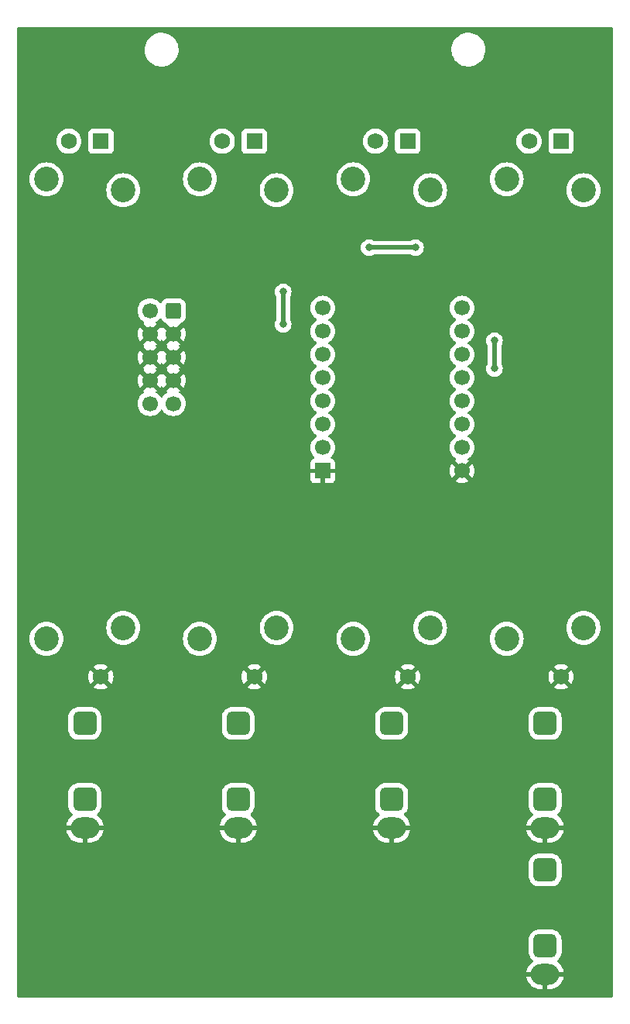
<source format=gbl>
G04 #@! TF.GenerationSoftware,KiCad,Pcbnew,7.0.7*
G04 #@! TF.CreationDate,2025-11-01T14:08:12+08:00*
G04 #@! TF.ProjectId,2144_LPF,32313434-5f4c-4504-962e-6b696361645f,rev?*
G04 #@! TF.SameCoordinates,Original*
G04 #@! TF.FileFunction,Copper,L2,Bot*
G04 #@! TF.FilePolarity,Positive*
%FSLAX46Y46*%
G04 Gerber Fmt 4.6, Leading zero omitted, Abs format (unit mm)*
G04 Created by KiCad (PCBNEW 7.0.7) date 2025-11-01 14:08:12*
%MOMM*%
%LPD*%
G01*
G04 APERTURE LIST*
G04 Aperture macros list*
%AMRoundRect*
0 Rectangle with rounded corners*
0 $1 Rounding radius*
0 $2 $3 $4 $5 $6 $7 $8 $9 X,Y pos of 4 corners*
0 Add a 4 corners polygon primitive as box body*
4,1,4,$2,$3,$4,$5,$6,$7,$8,$9,$2,$3,0*
0 Add four circle primitives for the rounded corners*
1,1,$1+$1,$2,$3*
1,1,$1+$1,$4,$5*
1,1,$1+$1,$6,$7*
1,1,$1+$1,$8,$9*
0 Add four rect primitives between the rounded corners*
20,1,$1+$1,$2,$3,$4,$5,0*
20,1,$1+$1,$4,$5,$6,$7,0*
20,1,$1+$1,$6,$7,$8,$9,0*
20,1,$1+$1,$8,$9,$2,$3,0*%
G04 Aperture macros list end*
G04 #@! TA.AperFunction,ComponentPad*
%ADD10R,1.750000X1.750000*%
G04 #@! TD*
G04 #@! TA.AperFunction,ComponentPad*
%ADD11C,1.750000*%
G04 #@! TD*
G04 #@! TA.AperFunction,ComponentPad*
%ADD12C,2.700000*%
G04 #@! TD*
G04 #@! TA.AperFunction,ComponentPad*
%ADD13O,3.100000X2.300000*%
G04 #@! TD*
G04 #@! TA.AperFunction,ComponentPad*
%ADD14RoundRect,0.650000X-0.650000X-0.650000X0.650000X-0.650000X0.650000X0.650000X-0.650000X0.650000X0*%
G04 #@! TD*
G04 #@! TA.AperFunction,ComponentPad*
%ADD15R,1.700000X1.700000*%
G04 #@! TD*
G04 #@! TA.AperFunction,ComponentPad*
%ADD16C,1.700000*%
G04 #@! TD*
G04 #@! TA.AperFunction,ComponentPad*
%ADD17RoundRect,0.250000X0.600000X0.600000X-0.600000X0.600000X-0.600000X-0.600000X0.600000X-0.600000X0*%
G04 #@! TD*
G04 #@! TA.AperFunction,ViaPad*
%ADD18C,0.800000*%
G04 #@! TD*
G04 #@! TA.AperFunction,Conductor*
%ADD19C,0.508000*%
G04 #@! TD*
G04 APERTURE END LIST*
D10*
X126920000Y-59500000D03*
D11*
X123420000Y-59500000D03*
X126920000Y-118000000D03*
D12*
X120970000Y-63650000D03*
X129370000Y-64850000D03*
X129370000Y-112650000D03*
X120970000Y-113850000D03*
D13*
X125170000Y-134480000D03*
D14*
X125170000Y-123080000D03*
X125170000Y-131380000D03*
D10*
X76580000Y-59500000D03*
D11*
X73080000Y-59500000D03*
X76580000Y-118000000D03*
D12*
X70630000Y-63650000D03*
X79030000Y-64850000D03*
X79030000Y-112650000D03*
X70630000Y-113850000D03*
D13*
X125170000Y-150480000D03*
D14*
X125170000Y-139080000D03*
X125170000Y-147380000D03*
D10*
X93360000Y-59500000D03*
D11*
X89860000Y-59500000D03*
X93360000Y-118000000D03*
D12*
X87410000Y-63650000D03*
X95810000Y-64850000D03*
X95810000Y-112650000D03*
X87410000Y-113850000D03*
D10*
X110140000Y-59500000D03*
D11*
X106640000Y-59500000D03*
X110140000Y-118000000D03*
D12*
X104190000Y-63650000D03*
X112590000Y-64850000D03*
X112590000Y-112650000D03*
X104190000Y-113850000D03*
D13*
X91610000Y-134480000D03*
D14*
X91610000Y-123080000D03*
X91610000Y-131380000D03*
D13*
X74830000Y-134480000D03*
D14*
X74830000Y-123080000D03*
X74830000Y-131380000D03*
D13*
X108390000Y-134480000D03*
D14*
X108390000Y-123080000D03*
X108390000Y-131380000D03*
D15*
X100838000Y-95504000D03*
D16*
X100838000Y-92964000D03*
X100838000Y-90424000D03*
X100838000Y-87884000D03*
X100838000Y-85344000D03*
X100838000Y-82804000D03*
X100838000Y-80264000D03*
X100838000Y-77724000D03*
X116078000Y-77724000D03*
X116078000Y-80264000D03*
X116078000Y-82804000D03*
X116078000Y-85344000D03*
X116078000Y-87884000D03*
X116078000Y-90424000D03*
X116078000Y-92964000D03*
X116078000Y-95504000D03*
D17*
X84490000Y-78000000D03*
D16*
X81950000Y-78000000D03*
X84490000Y-80540000D03*
X81950000Y-80540000D03*
X84490000Y-83080000D03*
X81950000Y-83080000D03*
X84490000Y-85620000D03*
X81950000Y-85620000D03*
X84490000Y-88160000D03*
X81950000Y-88160000D03*
D18*
X93788000Y-48500000D03*
X100076000Y-65532000D03*
X96266000Y-99822000D03*
X131060000Y-117166664D03*
X81788000Y-140970000D03*
X131060000Y-151500000D03*
X78486000Y-104394000D03*
X68940000Y-71388888D03*
X68940000Y-59944444D03*
X92202000Y-89154000D03*
X68940000Y-105722220D03*
X68940000Y-117166664D03*
X83058000Y-94742000D03*
X131060000Y-82833332D03*
X131060000Y-140055552D03*
X68940000Y-82833332D03*
X131060000Y-71388888D03*
X106212000Y-151500000D03*
X109474000Y-140716000D03*
X68940000Y-128611108D03*
X78994000Y-70612000D03*
X100076000Y-131826000D03*
X105156000Y-78994000D03*
X100076000Y-117856000D03*
X68940000Y-94277776D03*
X99060000Y-53594000D03*
X114808000Y-122174000D03*
X131060000Y-48500000D03*
X131060000Y-105722220D03*
X89662000Y-73660000D03*
X88138000Y-108204000D03*
X76200000Y-54356000D03*
X131060000Y-128611108D03*
X118636000Y-151500000D03*
X120142000Y-71374000D03*
X121666000Y-55118000D03*
X68940000Y-48500000D03*
X68940000Y-140055552D03*
X116078000Y-103124000D03*
X93788000Y-151500000D03*
X93726000Y-143510000D03*
X131060000Y-94277776D03*
X131060000Y-59944444D03*
X83312000Y-127000000D03*
X81364000Y-151500000D03*
X106212000Y-48500000D03*
X68940000Y-151500000D03*
X105918000Y-71120000D03*
X110998000Y-71120000D03*
X96520000Y-75946000D03*
X96520000Y-79502000D03*
X119634000Y-81280000D03*
X119634000Y-84328000D03*
D19*
X110998000Y-71120000D02*
X105918000Y-71120000D01*
X96520000Y-79502000D02*
X96520000Y-75946000D01*
X119634000Y-84328000D02*
X119634000Y-81280000D01*
G04 #@! TA.AperFunction,Conductor*
G36*
X82552470Y-85869363D02*
G01*
X82558949Y-85875396D01*
X83064925Y-86381373D01*
X83118424Y-86304970D01*
X83173001Y-86261345D01*
X83242499Y-86254152D01*
X83304854Y-86285674D01*
X83321574Y-86304970D01*
X83375072Y-86381373D01*
X83375073Y-86381373D01*
X83881050Y-85875395D01*
X83942373Y-85841910D01*
X84012064Y-85846894D01*
X84067998Y-85888765D01*
X84073039Y-85896025D01*
X84108239Y-85950798D01*
X84190215Y-86021830D01*
X84223602Y-86050759D01*
X84221293Y-86053422D01*
X84256006Y-86093499D01*
X84265935Y-86162660D01*
X84236898Y-86226210D01*
X84230882Y-86232669D01*
X83728625Y-86734925D01*
X83804594Y-86788119D01*
X83848219Y-86842696D01*
X83855413Y-86912194D01*
X83823890Y-86974549D01*
X83804595Y-86991269D01*
X83618594Y-87121508D01*
X83451505Y-87288597D01*
X83321575Y-87474158D01*
X83266998Y-87517783D01*
X83197500Y-87524977D01*
X83135145Y-87493454D01*
X83118425Y-87474158D01*
X82988494Y-87288597D01*
X82821402Y-87121506D01*
X82821401Y-87121505D01*
X82635405Y-86991269D01*
X82591781Y-86936692D01*
X82584588Y-86867193D01*
X82616110Y-86804839D01*
X82635405Y-86788119D01*
X82711373Y-86734925D01*
X82209116Y-86232669D01*
X82175631Y-86171346D01*
X82180615Y-86101655D01*
X82217640Y-86052193D01*
X82216398Y-86050759D01*
X82223100Y-86044952D01*
X82331761Y-85950798D01*
X82366954Y-85896037D01*
X82419755Y-85850283D01*
X82488914Y-85840339D01*
X82552470Y-85869363D01*
G37*
G04 #@! TD.AperFunction*
G04 #@! TA.AperFunction,Conductor*
G36*
X82552470Y-83329363D02*
G01*
X82558949Y-83335396D01*
X83064925Y-83841373D01*
X83118424Y-83764970D01*
X83173001Y-83721345D01*
X83242499Y-83714152D01*
X83304854Y-83745674D01*
X83321574Y-83764970D01*
X83375072Y-83841373D01*
X83375073Y-83841373D01*
X83881050Y-83335395D01*
X83942373Y-83301910D01*
X84012064Y-83306894D01*
X84067998Y-83348765D01*
X84073039Y-83356025D01*
X84108239Y-83410798D01*
X84190215Y-83481830D01*
X84223602Y-83510759D01*
X84221293Y-83513422D01*
X84256006Y-83553499D01*
X84265935Y-83622660D01*
X84236898Y-83686210D01*
X84230882Y-83692669D01*
X83728625Y-84194925D01*
X83805031Y-84248425D01*
X83848655Y-84303002D01*
X83855848Y-84372501D01*
X83824326Y-84434855D01*
X83805029Y-84451576D01*
X83728625Y-84505072D01*
X84230883Y-85007330D01*
X84264368Y-85068653D01*
X84259384Y-85138345D01*
X84222357Y-85187805D01*
X84223602Y-85189241D01*
X84108238Y-85289202D01*
X84073046Y-85343962D01*
X84020242Y-85389717D01*
X83951083Y-85399660D01*
X83887528Y-85370634D01*
X83881050Y-85364603D01*
X83375072Y-84858625D01*
X83375072Y-84858626D01*
X83321574Y-84935030D01*
X83266998Y-84978655D01*
X83197499Y-84985849D01*
X83135144Y-84954326D01*
X83118424Y-84935030D01*
X83064925Y-84858626D01*
X83064925Y-84858625D01*
X82558949Y-85364602D01*
X82497626Y-85398087D01*
X82427934Y-85393103D01*
X82372001Y-85351231D01*
X82366953Y-85343961D01*
X82331761Y-85289202D01*
X82216398Y-85189241D01*
X82218708Y-85186574D01*
X82184005Y-85146528D01*
X82174058Y-85077370D01*
X82203080Y-85013813D01*
X82209116Y-85007330D01*
X82711373Y-84505073D01*
X82634969Y-84451576D01*
X82591344Y-84396999D01*
X82584150Y-84327501D01*
X82615672Y-84265146D01*
X82634968Y-84248425D01*
X82711373Y-84194925D01*
X82209116Y-83692669D01*
X82175631Y-83631346D01*
X82180615Y-83561655D01*
X82217640Y-83512193D01*
X82216398Y-83510759D01*
X82223100Y-83504952D01*
X82331761Y-83410798D01*
X82366954Y-83356037D01*
X82419755Y-83310283D01*
X82488914Y-83300339D01*
X82552470Y-83329363D01*
G37*
G04 #@! TD.AperFunction*
G04 #@! TA.AperFunction,Conductor*
G36*
X82552470Y-80789363D02*
G01*
X82558949Y-80795396D01*
X83064925Y-81301373D01*
X83118425Y-81224968D01*
X83173002Y-81181344D01*
X83242501Y-81174151D01*
X83304855Y-81205673D01*
X83321576Y-81224969D01*
X83375073Y-81301372D01*
X83881050Y-80795395D01*
X83942373Y-80761910D01*
X84012064Y-80766894D01*
X84067998Y-80808765D01*
X84073039Y-80816025D01*
X84108239Y-80870798D01*
X84190215Y-80941830D01*
X84223602Y-80970759D01*
X84221293Y-80973422D01*
X84256006Y-81013499D01*
X84265935Y-81082660D01*
X84236898Y-81146210D01*
X84230882Y-81152669D01*
X83728625Y-81654925D01*
X83805031Y-81708425D01*
X83848655Y-81763002D01*
X83855848Y-81832501D01*
X83824326Y-81894855D01*
X83805029Y-81911576D01*
X83728625Y-81965072D01*
X84230883Y-82467330D01*
X84264368Y-82528653D01*
X84259384Y-82598345D01*
X84222357Y-82647805D01*
X84223602Y-82649241D01*
X84108238Y-82749202D01*
X84073046Y-82803962D01*
X84020242Y-82849717D01*
X83951083Y-82859660D01*
X83887528Y-82830634D01*
X83881050Y-82824603D01*
X83375072Y-82318625D01*
X83375072Y-82318626D01*
X83321574Y-82395030D01*
X83266998Y-82438655D01*
X83197499Y-82445849D01*
X83135144Y-82414326D01*
X83118424Y-82395030D01*
X83064925Y-82318626D01*
X83064925Y-82318625D01*
X82558949Y-82824602D01*
X82497626Y-82858087D01*
X82427934Y-82853103D01*
X82372001Y-82811231D01*
X82366953Y-82803961D01*
X82331761Y-82749202D01*
X82216398Y-82649241D01*
X82218708Y-82646574D01*
X82184005Y-82606528D01*
X82174058Y-82537370D01*
X82203080Y-82473813D01*
X82209116Y-82467330D01*
X82711373Y-81965073D01*
X82634969Y-81911576D01*
X82591344Y-81856999D01*
X82584150Y-81787501D01*
X82615672Y-81725146D01*
X82634968Y-81708425D01*
X82711373Y-81654925D01*
X82209116Y-81152669D01*
X82175631Y-81091346D01*
X82180615Y-81021655D01*
X82217640Y-80972193D01*
X82216398Y-80970759D01*
X82223100Y-80964952D01*
X82331761Y-80870798D01*
X82366954Y-80816037D01*
X82419755Y-80770283D01*
X82488914Y-80760339D01*
X82552470Y-80789363D01*
G37*
G04 #@! TD.AperFunction*
G04 #@! TA.AperFunction,Conductor*
G36*
X83177038Y-78867053D02*
G01*
X83202335Y-78910733D01*
X83205186Y-78919334D01*
X83297288Y-79068656D01*
X83421344Y-79192712D01*
X83570666Y-79284814D01*
X83643032Y-79308793D01*
X83700476Y-79348566D01*
X83727299Y-79413081D01*
X83727412Y-79423859D01*
X84230883Y-79927330D01*
X84264368Y-79988653D01*
X84259384Y-80058345D01*
X84222357Y-80107805D01*
X84223602Y-80109241D01*
X84108238Y-80209202D01*
X84073046Y-80263962D01*
X84020242Y-80309717D01*
X83951083Y-80319660D01*
X83887528Y-80290634D01*
X83881050Y-80284603D01*
X83375072Y-79778625D01*
X83375072Y-79778626D01*
X83321574Y-79855030D01*
X83266998Y-79898655D01*
X83197499Y-79905849D01*
X83135144Y-79874326D01*
X83118424Y-79855030D01*
X83064925Y-79778626D01*
X83064925Y-79778625D01*
X82558949Y-80284602D01*
X82497626Y-80318087D01*
X82427934Y-80313103D01*
X82372001Y-80271231D01*
X82366953Y-80263961D01*
X82331761Y-80209202D01*
X82216398Y-80109241D01*
X82218708Y-80106574D01*
X82184005Y-80066528D01*
X82174058Y-79997370D01*
X82203080Y-79933813D01*
X82209116Y-79927330D01*
X82711373Y-79425073D01*
X82711373Y-79425072D01*
X82635405Y-79371880D01*
X82591780Y-79317304D01*
X82584586Y-79247805D01*
X82616108Y-79185451D01*
X82635399Y-79168734D01*
X82821401Y-79038495D01*
X82988495Y-78871401D01*
X82988504Y-78871388D01*
X82989636Y-78870040D01*
X82990293Y-78869602D01*
X82992323Y-78867573D01*
X82992730Y-78867980D01*
X83047805Y-78831334D01*
X83117666Y-78830220D01*
X83177038Y-78867053D01*
G37*
G04 #@! TD.AperFunction*
G04 #@! TA.AperFunction,Conductor*
G36*
X132503039Y-47019685D02*
G01*
X132548794Y-47072489D01*
X132560000Y-47124000D01*
X132560000Y-152876000D01*
X132540315Y-152943039D01*
X132487511Y-152988794D01*
X132436000Y-153000000D01*
X67564000Y-153000000D01*
X67496961Y-152980315D01*
X67451206Y-152927511D01*
X67440000Y-152876000D01*
X67440000Y-150730001D01*
X123134572Y-150730001D01*
X123135274Y-150738911D01*
X123135274Y-150738914D01*
X123195901Y-150991445D01*
X123195906Y-150991462D01*
X123295290Y-151231397D01*
X123295292Y-151231400D01*
X123430990Y-151452840D01*
X123430991Y-151452841D01*
X123599666Y-151650333D01*
X123797158Y-151819008D01*
X123797159Y-151819009D01*
X124018599Y-151954707D01*
X124018602Y-151954709D01*
X124258537Y-152054093D01*
X124258554Y-152054098D01*
X124511088Y-152114725D01*
X124511087Y-152114725D01*
X124705171Y-152130000D01*
X124920000Y-152130000D01*
X124920000Y-150904000D01*
X124939685Y-150836961D01*
X124992489Y-150791206D01*
X125044000Y-150780000D01*
X125296000Y-150780000D01*
X125363039Y-150799685D01*
X125408794Y-150852489D01*
X125420000Y-150904000D01*
X125420000Y-152130000D01*
X125634829Y-152130000D01*
X125828911Y-152114725D01*
X126081445Y-152054098D01*
X126081462Y-152054093D01*
X126321397Y-151954709D01*
X126321400Y-151954707D01*
X126542840Y-151819009D01*
X126542841Y-151819008D01*
X126740333Y-151650333D01*
X126909008Y-151452841D01*
X126909009Y-151452840D01*
X127044707Y-151231400D01*
X127044709Y-151231397D01*
X127144093Y-150991462D01*
X127144098Y-150991445D01*
X127204725Y-150738914D01*
X127204725Y-150738911D01*
X127205427Y-150730001D01*
X127205426Y-150730000D01*
X126074979Y-150730000D01*
X126007940Y-150710315D01*
X125962185Y-150657511D01*
X125952241Y-150588353D01*
X125955713Y-150572066D01*
X125973894Y-150508162D01*
X125973895Y-150508160D01*
X125963546Y-150396482D01*
X125963546Y-150396479D01*
X125963544Y-150396475D01*
X125961115Y-150387937D01*
X125961701Y-150318070D01*
X125999966Y-150259610D01*
X126063763Y-150231119D01*
X126080381Y-150230000D01*
X127205426Y-150230000D01*
X127205427Y-150229998D01*
X127204725Y-150221088D01*
X127204725Y-150221085D01*
X127144098Y-149968554D01*
X127144093Y-149968537D01*
X127044709Y-149728602D01*
X127044707Y-149728599D01*
X126909009Y-149507159D01*
X126909008Y-149507158D01*
X126740333Y-149309666D01*
X126542841Y-149140991D01*
X126538898Y-149138126D01*
X126539506Y-149137288D01*
X126496001Y-149089197D01*
X126484582Y-149020267D01*
X126512242Y-148956106D01*
X126537590Y-148932989D01*
X126558142Y-148918911D01*
X126708911Y-148768142D01*
X126829409Y-148592237D01*
X126915532Y-148397185D01*
X126964349Y-148189630D01*
X126970500Y-148101012D01*
X126970500Y-146658988D01*
X126964349Y-146570370D01*
X126964347Y-146570364D01*
X126964347Y-146570359D01*
X126915534Y-146362823D01*
X126915532Y-146362817D01*
X126915532Y-146362815D01*
X126829409Y-146167763D01*
X126708911Y-145991858D01*
X126708906Y-145991852D01*
X126558147Y-145841093D01*
X126558141Y-145841088D01*
X126382238Y-145720592D01*
X126382239Y-145720592D01*
X126382237Y-145720591D01*
X126187185Y-145634468D01*
X126187183Y-145634467D01*
X126187182Y-145634467D01*
X126187176Y-145634465D01*
X125979640Y-145585652D01*
X125979625Y-145585650D01*
X125906546Y-145580578D01*
X125891012Y-145579500D01*
X124448988Y-145579500D01*
X124434705Y-145580491D01*
X124360374Y-145585650D01*
X124360359Y-145585652D01*
X124152823Y-145634465D01*
X124152817Y-145634467D01*
X123957761Y-145720592D01*
X123781858Y-145841088D01*
X123781852Y-145841093D01*
X123631093Y-145991852D01*
X123631088Y-145991858D01*
X123510592Y-146167761D01*
X123424467Y-146362817D01*
X123424465Y-146362823D01*
X123375652Y-146570359D01*
X123375650Y-146570374D01*
X123369500Y-146658990D01*
X123369500Y-148101010D01*
X123375650Y-148189625D01*
X123375652Y-148189640D01*
X123424465Y-148397176D01*
X123424467Y-148397182D01*
X123424468Y-148397185D01*
X123510591Y-148592237D01*
X123510592Y-148592238D01*
X123631088Y-148768141D01*
X123631093Y-148768147D01*
X123781852Y-148918906D01*
X123781856Y-148918909D01*
X123781858Y-148918911D01*
X123802405Y-148932986D01*
X123846589Y-148987112D01*
X123854496Y-149056533D01*
X123823617Y-149119208D01*
X123800926Y-149137884D01*
X123801102Y-149138126D01*
X123797158Y-149140991D01*
X123599666Y-149309666D01*
X123430991Y-149507158D01*
X123430990Y-149507159D01*
X123295292Y-149728599D01*
X123295290Y-149728602D01*
X123195906Y-149968537D01*
X123195901Y-149968554D01*
X123135274Y-150221085D01*
X123135274Y-150221088D01*
X123134572Y-150229998D01*
X123134574Y-150230000D01*
X124265021Y-150230000D01*
X124332060Y-150249685D01*
X124377815Y-150302489D01*
X124387759Y-150371647D01*
X124384287Y-150387934D01*
X124366105Y-150451837D01*
X124366104Y-150451837D01*
X124376453Y-150563517D01*
X124378885Y-150572063D01*
X124378299Y-150641930D01*
X124340034Y-150700390D01*
X124276237Y-150728881D01*
X124259619Y-150730000D01*
X123134574Y-150730000D01*
X123134572Y-150730001D01*
X67440000Y-150730001D01*
X67440000Y-139801010D01*
X123369500Y-139801010D01*
X123375650Y-139889625D01*
X123375652Y-139889640D01*
X123424465Y-140097176D01*
X123424467Y-140097182D01*
X123424468Y-140097185D01*
X123510591Y-140292237D01*
X123510592Y-140292238D01*
X123631088Y-140468141D01*
X123631093Y-140468147D01*
X123781852Y-140618906D01*
X123781858Y-140618911D01*
X123957763Y-140739409D01*
X124152815Y-140825532D01*
X124152821Y-140825533D01*
X124152823Y-140825534D01*
X124360359Y-140874347D01*
X124360364Y-140874347D01*
X124360370Y-140874349D01*
X124448988Y-140880500D01*
X124448990Y-140880500D01*
X125891010Y-140880500D01*
X125891012Y-140880500D01*
X125979630Y-140874349D01*
X125979636Y-140874347D01*
X125979640Y-140874347D01*
X126187176Y-140825534D01*
X126187174Y-140825534D01*
X126187185Y-140825532D01*
X126382237Y-140739409D01*
X126558142Y-140618911D01*
X126708911Y-140468142D01*
X126829409Y-140292237D01*
X126915532Y-140097185D01*
X126964349Y-139889630D01*
X126970500Y-139801012D01*
X126970500Y-138358988D01*
X126964349Y-138270370D01*
X126964347Y-138270364D01*
X126964347Y-138270359D01*
X126915534Y-138062823D01*
X126915532Y-138062817D01*
X126915532Y-138062815D01*
X126829409Y-137867763D01*
X126708911Y-137691858D01*
X126708906Y-137691852D01*
X126558147Y-137541093D01*
X126558141Y-137541088D01*
X126382238Y-137420592D01*
X126382239Y-137420592D01*
X126382237Y-137420591D01*
X126187185Y-137334468D01*
X126187183Y-137334467D01*
X126187182Y-137334467D01*
X126187176Y-137334465D01*
X125979640Y-137285652D01*
X125979625Y-137285650D01*
X125906546Y-137280578D01*
X125891012Y-137279500D01*
X124448988Y-137279500D01*
X124434705Y-137280491D01*
X124360374Y-137285650D01*
X124360359Y-137285652D01*
X124152823Y-137334465D01*
X124152817Y-137334467D01*
X123957761Y-137420592D01*
X123781858Y-137541088D01*
X123781852Y-137541093D01*
X123631093Y-137691852D01*
X123631088Y-137691858D01*
X123510592Y-137867761D01*
X123424467Y-138062817D01*
X123424465Y-138062823D01*
X123375652Y-138270359D01*
X123375650Y-138270374D01*
X123369500Y-138358990D01*
X123369500Y-139801010D01*
X67440000Y-139801010D01*
X67440000Y-134730001D01*
X72794572Y-134730001D01*
X72795274Y-134738911D01*
X72795274Y-134738914D01*
X72855901Y-134991445D01*
X72855906Y-134991462D01*
X72955290Y-135231397D01*
X72955292Y-135231400D01*
X73090990Y-135452840D01*
X73090991Y-135452841D01*
X73259666Y-135650333D01*
X73457158Y-135819008D01*
X73457159Y-135819009D01*
X73678599Y-135954707D01*
X73678602Y-135954709D01*
X73918537Y-136054093D01*
X73918554Y-136054098D01*
X74171088Y-136114725D01*
X74171087Y-136114725D01*
X74365171Y-136130000D01*
X74580000Y-136130000D01*
X74580000Y-134904000D01*
X74599685Y-134836961D01*
X74652489Y-134791206D01*
X74704000Y-134780000D01*
X74956000Y-134780000D01*
X75023039Y-134799685D01*
X75068794Y-134852489D01*
X75080000Y-134904000D01*
X75080000Y-136130000D01*
X75294829Y-136130000D01*
X75488911Y-136114725D01*
X75741445Y-136054098D01*
X75741462Y-136054093D01*
X75981397Y-135954709D01*
X75981400Y-135954707D01*
X76202840Y-135819009D01*
X76202841Y-135819008D01*
X76400333Y-135650333D01*
X76569008Y-135452841D01*
X76569009Y-135452840D01*
X76704707Y-135231400D01*
X76704709Y-135231397D01*
X76804093Y-134991462D01*
X76804098Y-134991445D01*
X76864725Y-134738914D01*
X76864725Y-134738911D01*
X76865427Y-134730001D01*
X89574572Y-134730001D01*
X89575274Y-134738911D01*
X89575274Y-134738914D01*
X89635901Y-134991445D01*
X89635906Y-134991462D01*
X89735290Y-135231397D01*
X89735292Y-135231400D01*
X89870990Y-135452840D01*
X89870991Y-135452841D01*
X90039666Y-135650333D01*
X90237158Y-135819008D01*
X90237159Y-135819009D01*
X90458599Y-135954707D01*
X90458602Y-135954709D01*
X90698537Y-136054093D01*
X90698554Y-136054098D01*
X90951088Y-136114725D01*
X90951087Y-136114725D01*
X91145171Y-136130000D01*
X91360000Y-136130000D01*
X91360000Y-134904000D01*
X91379685Y-134836961D01*
X91432489Y-134791206D01*
X91484000Y-134780000D01*
X91736000Y-134780000D01*
X91803039Y-134799685D01*
X91848794Y-134852489D01*
X91860000Y-134904000D01*
X91860000Y-136130000D01*
X92074829Y-136130000D01*
X92268911Y-136114725D01*
X92521445Y-136054098D01*
X92521462Y-136054093D01*
X92761397Y-135954709D01*
X92761400Y-135954707D01*
X92982840Y-135819009D01*
X92982841Y-135819008D01*
X93180333Y-135650333D01*
X93349008Y-135452841D01*
X93349009Y-135452840D01*
X93484707Y-135231400D01*
X93484709Y-135231397D01*
X93584093Y-134991462D01*
X93584098Y-134991445D01*
X93644725Y-134738914D01*
X93644725Y-134738911D01*
X93645427Y-134730001D01*
X106354572Y-134730001D01*
X106355274Y-134738911D01*
X106355274Y-134738914D01*
X106415901Y-134991445D01*
X106415906Y-134991462D01*
X106515290Y-135231397D01*
X106515292Y-135231400D01*
X106650990Y-135452840D01*
X106650991Y-135452841D01*
X106819666Y-135650333D01*
X107017158Y-135819008D01*
X107017159Y-135819009D01*
X107238599Y-135954707D01*
X107238602Y-135954709D01*
X107478537Y-136054093D01*
X107478554Y-136054098D01*
X107731088Y-136114725D01*
X107731087Y-136114725D01*
X107925171Y-136130000D01*
X108140000Y-136130000D01*
X108140000Y-134904000D01*
X108159685Y-134836961D01*
X108212489Y-134791206D01*
X108264000Y-134780000D01*
X108516000Y-134780000D01*
X108583039Y-134799685D01*
X108628794Y-134852489D01*
X108640000Y-134904000D01*
X108639999Y-136130000D01*
X108854829Y-136130000D01*
X109048911Y-136114725D01*
X109301445Y-136054098D01*
X109301462Y-136054093D01*
X109541397Y-135954709D01*
X109541400Y-135954707D01*
X109762840Y-135819009D01*
X109762841Y-135819008D01*
X109960333Y-135650333D01*
X110129008Y-135452841D01*
X110129009Y-135452840D01*
X110264707Y-135231400D01*
X110264709Y-135231397D01*
X110364093Y-134991462D01*
X110364098Y-134991445D01*
X110424725Y-134738914D01*
X110424725Y-134738911D01*
X110425427Y-134730001D01*
X123134572Y-134730001D01*
X123135274Y-134738911D01*
X123135274Y-134738914D01*
X123195901Y-134991445D01*
X123195906Y-134991462D01*
X123295290Y-135231397D01*
X123295292Y-135231400D01*
X123430990Y-135452840D01*
X123430991Y-135452841D01*
X123599666Y-135650333D01*
X123797158Y-135819008D01*
X123797159Y-135819009D01*
X124018599Y-135954707D01*
X124018602Y-135954709D01*
X124258537Y-136054093D01*
X124258554Y-136054098D01*
X124511088Y-136114725D01*
X124511087Y-136114725D01*
X124705171Y-136130000D01*
X124920000Y-136130000D01*
X124920000Y-134904000D01*
X124939685Y-134836961D01*
X124992489Y-134791206D01*
X125044000Y-134780000D01*
X125296000Y-134780000D01*
X125363039Y-134799685D01*
X125408794Y-134852489D01*
X125420000Y-134904000D01*
X125420000Y-136130000D01*
X125634829Y-136130000D01*
X125828911Y-136114725D01*
X126081445Y-136054098D01*
X126081462Y-136054093D01*
X126321397Y-135954709D01*
X126321400Y-135954707D01*
X126542840Y-135819009D01*
X126542841Y-135819008D01*
X126740333Y-135650333D01*
X126909008Y-135452841D01*
X126909009Y-135452840D01*
X127044707Y-135231400D01*
X127044709Y-135231397D01*
X127144093Y-134991462D01*
X127144098Y-134991445D01*
X127204725Y-134738914D01*
X127204725Y-134738911D01*
X127205427Y-134730001D01*
X127205426Y-134730000D01*
X126074979Y-134730000D01*
X126007940Y-134710315D01*
X125962185Y-134657511D01*
X125952241Y-134588353D01*
X125955713Y-134572066D01*
X125973894Y-134508162D01*
X125973895Y-134508160D01*
X125963546Y-134396482D01*
X125963546Y-134396479D01*
X125963544Y-134396475D01*
X125961115Y-134387937D01*
X125961701Y-134318070D01*
X125999966Y-134259610D01*
X126063763Y-134231119D01*
X126080381Y-134230000D01*
X127205426Y-134230000D01*
X127205427Y-134229998D01*
X127204725Y-134221088D01*
X127204725Y-134221085D01*
X127144098Y-133968554D01*
X127144093Y-133968537D01*
X127044709Y-133728602D01*
X127044707Y-133728599D01*
X126909009Y-133507159D01*
X126909008Y-133507158D01*
X126740333Y-133309666D01*
X126542841Y-133140991D01*
X126538898Y-133138126D01*
X126539506Y-133137288D01*
X126496001Y-133089197D01*
X126484582Y-133020267D01*
X126512242Y-132956106D01*
X126537590Y-132932989D01*
X126558142Y-132918911D01*
X126708911Y-132768142D01*
X126829409Y-132592237D01*
X126915532Y-132397185D01*
X126964349Y-132189630D01*
X126970500Y-132101012D01*
X126970500Y-130658988D01*
X126964349Y-130570370D01*
X126964347Y-130570364D01*
X126964347Y-130570359D01*
X126915534Y-130362823D01*
X126915532Y-130362817D01*
X126915532Y-130362815D01*
X126829409Y-130167763D01*
X126708911Y-129991858D01*
X126708906Y-129991852D01*
X126558147Y-129841093D01*
X126558141Y-129841088D01*
X126382238Y-129720592D01*
X126382239Y-129720592D01*
X126382237Y-129720591D01*
X126187185Y-129634468D01*
X126187183Y-129634467D01*
X126187182Y-129634467D01*
X126187176Y-129634465D01*
X125979640Y-129585652D01*
X125979625Y-129585650D01*
X125906546Y-129580578D01*
X125891012Y-129579500D01*
X124448988Y-129579500D01*
X124434705Y-129580491D01*
X124360374Y-129585650D01*
X124360359Y-129585652D01*
X124152823Y-129634465D01*
X124152817Y-129634467D01*
X123957761Y-129720592D01*
X123781858Y-129841088D01*
X123781852Y-129841093D01*
X123631093Y-129991852D01*
X123631088Y-129991858D01*
X123510592Y-130167761D01*
X123424467Y-130362817D01*
X123424465Y-130362823D01*
X123375652Y-130570359D01*
X123375650Y-130570374D01*
X123369500Y-130658990D01*
X123369500Y-132101010D01*
X123375650Y-132189625D01*
X123375652Y-132189640D01*
X123424465Y-132397176D01*
X123424467Y-132397182D01*
X123424468Y-132397185D01*
X123510591Y-132592237D01*
X123510592Y-132592238D01*
X123631088Y-132768141D01*
X123631093Y-132768147D01*
X123781852Y-132918906D01*
X123781856Y-132918909D01*
X123781858Y-132918911D01*
X123802405Y-132932986D01*
X123846589Y-132987112D01*
X123854496Y-133056533D01*
X123823617Y-133119208D01*
X123800926Y-133137884D01*
X123801102Y-133138126D01*
X123797158Y-133140991D01*
X123599666Y-133309666D01*
X123430991Y-133507158D01*
X123430990Y-133507159D01*
X123295292Y-133728599D01*
X123295290Y-133728602D01*
X123195906Y-133968537D01*
X123195901Y-133968554D01*
X123135274Y-134221085D01*
X123135274Y-134221088D01*
X123134572Y-134229998D01*
X123134574Y-134230000D01*
X124265021Y-134230000D01*
X124332060Y-134249685D01*
X124377815Y-134302489D01*
X124387759Y-134371647D01*
X124384287Y-134387934D01*
X124366105Y-134451837D01*
X124366104Y-134451837D01*
X124376453Y-134563517D01*
X124378885Y-134572063D01*
X124378299Y-134641930D01*
X124340034Y-134700390D01*
X124276237Y-134728881D01*
X124259619Y-134730000D01*
X123134574Y-134730000D01*
X123134572Y-134730001D01*
X110425427Y-134730001D01*
X110425426Y-134730000D01*
X109294979Y-134730000D01*
X109227940Y-134710315D01*
X109182185Y-134657511D01*
X109172241Y-134588353D01*
X109175713Y-134572066D01*
X109193894Y-134508162D01*
X109193895Y-134508160D01*
X109183546Y-134396482D01*
X109183546Y-134396479D01*
X109183544Y-134396475D01*
X109181115Y-134387937D01*
X109181701Y-134318070D01*
X109219966Y-134259610D01*
X109283763Y-134231119D01*
X109300381Y-134230000D01*
X110425426Y-134230000D01*
X110425427Y-134229998D01*
X110424725Y-134221088D01*
X110424725Y-134221085D01*
X110364098Y-133968554D01*
X110364093Y-133968537D01*
X110264709Y-133728602D01*
X110264707Y-133728599D01*
X110129009Y-133507159D01*
X110129008Y-133507158D01*
X109960333Y-133309666D01*
X109762841Y-133140991D01*
X109758898Y-133138126D01*
X109759506Y-133137288D01*
X109716001Y-133089197D01*
X109704582Y-133020267D01*
X109732242Y-132956106D01*
X109757590Y-132932989D01*
X109778142Y-132918911D01*
X109928911Y-132768142D01*
X110049409Y-132592237D01*
X110135532Y-132397185D01*
X110184349Y-132189630D01*
X110190500Y-132101012D01*
X110190500Y-130658988D01*
X110184349Y-130570370D01*
X110184347Y-130570364D01*
X110184347Y-130570359D01*
X110135534Y-130362823D01*
X110135532Y-130362817D01*
X110135532Y-130362815D01*
X110049409Y-130167763D01*
X109928911Y-129991858D01*
X109928906Y-129991852D01*
X109778147Y-129841093D01*
X109778141Y-129841088D01*
X109602238Y-129720592D01*
X109602239Y-129720592D01*
X109602237Y-129720591D01*
X109407185Y-129634468D01*
X109407183Y-129634467D01*
X109407182Y-129634467D01*
X109407176Y-129634465D01*
X109199640Y-129585652D01*
X109199625Y-129585650D01*
X109126546Y-129580578D01*
X109111012Y-129579500D01*
X107668988Y-129579500D01*
X107654705Y-129580491D01*
X107580374Y-129585650D01*
X107580359Y-129585652D01*
X107372823Y-129634465D01*
X107372817Y-129634467D01*
X107177761Y-129720592D01*
X107001858Y-129841088D01*
X107001852Y-129841093D01*
X106851093Y-129991852D01*
X106851088Y-129991858D01*
X106730592Y-130167761D01*
X106644467Y-130362817D01*
X106644465Y-130362823D01*
X106595652Y-130570359D01*
X106595650Y-130570374D01*
X106589500Y-130658990D01*
X106589500Y-132101010D01*
X106595650Y-132189625D01*
X106595652Y-132189640D01*
X106644465Y-132397176D01*
X106644467Y-132397182D01*
X106644468Y-132397185D01*
X106730591Y-132592237D01*
X106730592Y-132592238D01*
X106851088Y-132768141D01*
X106851093Y-132768147D01*
X107001852Y-132918906D01*
X107001856Y-132918909D01*
X107001858Y-132918911D01*
X107022405Y-132932986D01*
X107066589Y-132987112D01*
X107074496Y-133056533D01*
X107043617Y-133119208D01*
X107020926Y-133137884D01*
X107021102Y-133138126D01*
X107017158Y-133140991D01*
X106819666Y-133309666D01*
X106650991Y-133507158D01*
X106650990Y-133507159D01*
X106515292Y-133728599D01*
X106515290Y-133728602D01*
X106415906Y-133968537D01*
X106415901Y-133968554D01*
X106355274Y-134221085D01*
X106355274Y-134221088D01*
X106354572Y-134229998D01*
X106354574Y-134230000D01*
X107485021Y-134230000D01*
X107552060Y-134249685D01*
X107597815Y-134302489D01*
X107607759Y-134371647D01*
X107604287Y-134387934D01*
X107586105Y-134451837D01*
X107586104Y-134451837D01*
X107596453Y-134563517D01*
X107598885Y-134572063D01*
X107598299Y-134641930D01*
X107560034Y-134700390D01*
X107496237Y-134728881D01*
X107479619Y-134730000D01*
X106354574Y-134730000D01*
X106354572Y-134730001D01*
X93645427Y-134730001D01*
X93645426Y-134730000D01*
X92514979Y-134730000D01*
X92447940Y-134710315D01*
X92402185Y-134657511D01*
X92392241Y-134588353D01*
X92395713Y-134572066D01*
X92413894Y-134508162D01*
X92413895Y-134508160D01*
X92403546Y-134396482D01*
X92403546Y-134396479D01*
X92403544Y-134396475D01*
X92401115Y-134387937D01*
X92401701Y-134318070D01*
X92439966Y-134259610D01*
X92503763Y-134231119D01*
X92520381Y-134230000D01*
X93645426Y-134230000D01*
X93645427Y-134229998D01*
X93644725Y-134221088D01*
X93644725Y-134221085D01*
X93584098Y-133968554D01*
X93584093Y-133968537D01*
X93484709Y-133728602D01*
X93484707Y-133728599D01*
X93349009Y-133507159D01*
X93349008Y-133507158D01*
X93180333Y-133309666D01*
X92982841Y-133140991D01*
X92978898Y-133138126D01*
X92979506Y-133137288D01*
X92936001Y-133089197D01*
X92924582Y-133020267D01*
X92952242Y-132956106D01*
X92977590Y-132932989D01*
X92998142Y-132918911D01*
X93148911Y-132768142D01*
X93269409Y-132592237D01*
X93355532Y-132397185D01*
X93404349Y-132189630D01*
X93410500Y-132101012D01*
X93410500Y-130658988D01*
X93404349Y-130570370D01*
X93404347Y-130570364D01*
X93404347Y-130570359D01*
X93355534Y-130362823D01*
X93355532Y-130362817D01*
X93355532Y-130362815D01*
X93269409Y-130167763D01*
X93148911Y-129991858D01*
X93148906Y-129991852D01*
X92998147Y-129841093D01*
X92998141Y-129841088D01*
X92822238Y-129720592D01*
X92822239Y-129720592D01*
X92822237Y-129720591D01*
X92627185Y-129634468D01*
X92627183Y-129634467D01*
X92627182Y-129634467D01*
X92627176Y-129634465D01*
X92419640Y-129585652D01*
X92419625Y-129585650D01*
X92346546Y-129580578D01*
X92331012Y-129579500D01*
X90888988Y-129579500D01*
X90874705Y-129580491D01*
X90800374Y-129585650D01*
X90800359Y-129585652D01*
X90592823Y-129634465D01*
X90592817Y-129634467D01*
X90397761Y-129720592D01*
X90221858Y-129841088D01*
X90221852Y-129841093D01*
X90071093Y-129991852D01*
X90071088Y-129991858D01*
X89950592Y-130167761D01*
X89864467Y-130362817D01*
X89864465Y-130362823D01*
X89815652Y-130570359D01*
X89815650Y-130570374D01*
X89809500Y-130658990D01*
X89809500Y-132101010D01*
X89815650Y-132189625D01*
X89815652Y-132189640D01*
X89864465Y-132397176D01*
X89864467Y-132397182D01*
X89864468Y-132397185D01*
X89950591Y-132592237D01*
X89950592Y-132592238D01*
X90071088Y-132768141D01*
X90071093Y-132768147D01*
X90221852Y-132918906D01*
X90221856Y-132918909D01*
X90221858Y-132918911D01*
X90242405Y-132932986D01*
X90286589Y-132987112D01*
X90294496Y-133056533D01*
X90263617Y-133119208D01*
X90240926Y-133137884D01*
X90241102Y-133138126D01*
X90237158Y-133140991D01*
X90039666Y-133309666D01*
X89870991Y-133507158D01*
X89870990Y-133507159D01*
X89735292Y-133728599D01*
X89735290Y-133728602D01*
X89635906Y-133968537D01*
X89635901Y-133968554D01*
X89575274Y-134221085D01*
X89575274Y-134221088D01*
X89574572Y-134229998D01*
X89574574Y-134230000D01*
X90705021Y-134230000D01*
X90772060Y-134249685D01*
X90817815Y-134302489D01*
X90827759Y-134371647D01*
X90824287Y-134387934D01*
X90806105Y-134451837D01*
X90806104Y-134451837D01*
X90816453Y-134563517D01*
X90818885Y-134572063D01*
X90818299Y-134641930D01*
X90780034Y-134700390D01*
X90716237Y-134728881D01*
X90699619Y-134730000D01*
X89574574Y-134730000D01*
X89574572Y-134730001D01*
X76865427Y-134730001D01*
X76865426Y-134730000D01*
X75734979Y-134730000D01*
X75667940Y-134710315D01*
X75622185Y-134657511D01*
X75612241Y-134588353D01*
X75615713Y-134572066D01*
X75633894Y-134508162D01*
X75633895Y-134508160D01*
X75623546Y-134396482D01*
X75623546Y-134396479D01*
X75623544Y-134396475D01*
X75621115Y-134387937D01*
X75621701Y-134318070D01*
X75659966Y-134259610D01*
X75723763Y-134231119D01*
X75740381Y-134230000D01*
X76865426Y-134230000D01*
X76865427Y-134229998D01*
X76864725Y-134221088D01*
X76864725Y-134221085D01*
X76804098Y-133968554D01*
X76804093Y-133968537D01*
X76704709Y-133728602D01*
X76704707Y-133728599D01*
X76569009Y-133507159D01*
X76569008Y-133507158D01*
X76400333Y-133309666D01*
X76202841Y-133140991D01*
X76198898Y-133138126D01*
X76199506Y-133137288D01*
X76156001Y-133089197D01*
X76144582Y-133020267D01*
X76172242Y-132956106D01*
X76197590Y-132932989D01*
X76218142Y-132918911D01*
X76368911Y-132768142D01*
X76489409Y-132592237D01*
X76575532Y-132397185D01*
X76624349Y-132189630D01*
X76630500Y-132101012D01*
X76630500Y-130658988D01*
X76624349Y-130570370D01*
X76624347Y-130570364D01*
X76624347Y-130570359D01*
X76575534Y-130362823D01*
X76575532Y-130362817D01*
X76575532Y-130362815D01*
X76489409Y-130167763D01*
X76368911Y-129991858D01*
X76368906Y-129991852D01*
X76218147Y-129841093D01*
X76218141Y-129841088D01*
X76042238Y-129720592D01*
X76042239Y-129720592D01*
X76042237Y-129720591D01*
X75847185Y-129634468D01*
X75847183Y-129634467D01*
X75847182Y-129634467D01*
X75847176Y-129634465D01*
X75639640Y-129585652D01*
X75639625Y-129585650D01*
X75566546Y-129580578D01*
X75551012Y-129579500D01*
X74108988Y-129579500D01*
X74094705Y-129580491D01*
X74020374Y-129585650D01*
X74020359Y-129585652D01*
X73812823Y-129634465D01*
X73812817Y-129634467D01*
X73617761Y-129720592D01*
X73441858Y-129841088D01*
X73441852Y-129841093D01*
X73291093Y-129991852D01*
X73291088Y-129991858D01*
X73170592Y-130167761D01*
X73084467Y-130362817D01*
X73084465Y-130362823D01*
X73035652Y-130570359D01*
X73035650Y-130570374D01*
X73029500Y-130658990D01*
X73029500Y-132101010D01*
X73035650Y-132189625D01*
X73035652Y-132189640D01*
X73084465Y-132397176D01*
X73084467Y-132397182D01*
X73084468Y-132397185D01*
X73170591Y-132592237D01*
X73170592Y-132592238D01*
X73291088Y-132768141D01*
X73291093Y-132768147D01*
X73441852Y-132918906D01*
X73441856Y-132918909D01*
X73441858Y-132918911D01*
X73462405Y-132932986D01*
X73506589Y-132987112D01*
X73514496Y-133056533D01*
X73483617Y-133119208D01*
X73460926Y-133137884D01*
X73461102Y-133138126D01*
X73457158Y-133140991D01*
X73259666Y-133309666D01*
X73090991Y-133507158D01*
X73090990Y-133507159D01*
X72955292Y-133728599D01*
X72955290Y-133728602D01*
X72855906Y-133968537D01*
X72855901Y-133968554D01*
X72795274Y-134221085D01*
X72795274Y-134221088D01*
X72794572Y-134229998D01*
X72794574Y-134230000D01*
X73925021Y-134230000D01*
X73992060Y-134249685D01*
X74037815Y-134302489D01*
X74047759Y-134371647D01*
X74044287Y-134387934D01*
X74026105Y-134451837D01*
X74026104Y-134451837D01*
X74036453Y-134563517D01*
X74038885Y-134572063D01*
X74038299Y-134641930D01*
X74000034Y-134700390D01*
X73936237Y-134728881D01*
X73919619Y-134730000D01*
X72794574Y-134730000D01*
X72794572Y-134730001D01*
X67440000Y-134730001D01*
X67440000Y-123801010D01*
X73029500Y-123801010D01*
X73035650Y-123889625D01*
X73035652Y-123889640D01*
X73084465Y-124097176D01*
X73084467Y-124097182D01*
X73084468Y-124097185D01*
X73170591Y-124292237D01*
X73170592Y-124292238D01*
X73291088Y-124468141D01*
X73291093Y-124468147D01*
X73441852Y-124618906D01*
X73441858Y-124618911D01*
X73617763Y-124739409D01*
X73812815Y-124825532D01*
X73812821Y-124825533D01*
X73812823Y-124825534D01*
X74020359Y-124874347D01*
X74020364Y-124874347D01*
X74020370Y-124874349D01*
X74108988Y-124880500D01*
X74108990Y-124880500D01*
X75551010Y-124880500D01*
X75551012Y-124880500D01*
X75639630Y-124874349D01*
X75639636Y-124874347D01*
X75639640Y-124874347D01*
X75847176Y-124825534D01*
X75847174Y-124825534D01*
X75847185Y-124825532D01*
X76042237Y-124739409D01*
X76218142Y-124618911D01*
X76368911Y-124468142D01*
X76489409Y-124292237D01*
X76575532Y-124097185D01*
X76624349Y-123889630D01*
X76630500Y-123801012D01*
X76630500Y-123801010D01*
X89809500Y-123801010D01*
X89815650Y-123889625D01*
X89815652Y-123889640D01*
X89864465Y-124097176D01*
X89864467Y-124097182D01*
X89864468Y-124097185D01*
X89950591Y-124292237D01*
X89950592Y-124292238D01*
X90071088Y-124468141D01*
X90071093Y-124468147D01*
X90221852Y-124618906D01*
X90221858Y-124618911D01*
X90397763Y-124739409D01*
X90592815Y-124825532D01*
X90592821Y-124825533D01*
X90592823Y-124825534D01*
X90800359Y-124874347D01*
X90800364Y-124874347D01*
X90800370Y-124874349D01*
X90888988Y-124880500D01*
X90888990Y-124880500D01*
X92331010Y-124880500D01*
X92331012Y-124880500D01*
X92419630Y-124874349D01*
X92419636Y-124874347D01*
X92419640Y-124874347D01*
X92627176Y-124825534D01*
X92627174Y-124825534D01*
X92627185Y-124825532D01*
X92822237Y-124739409D01*
X92998142Y-124618911D01*
X93148911Y-124468142D01*
X93269409Y-124292237D01*
X93355532Y-124097185D01*
X93404349Y-123889630D01*
X93410500Y-123801012D01*
X93410500Y-123801010D01*
X106589500Y-123801010D01*
X106595650Y-123889625D01*
X106595652Y-123889640D01*
X106644465Y-124097176D01*
X106644467Y-124097182D01*
X106644468Y-124097185D01*
X106730591Y-124292237D01*
X106730592Y-124292238D01*
X106851088Y-124468141D01*
X106851093Y-124468147D01*
X107001852Y-124618906D01*
X107001858Y-124618911D01*
X107177763Y-124739409D01*
X107372815Y-124825532D01*
X107372821Y-124825533D01*
X107372823Y-124825534D01*
X107580359Y-124874347D01*
X107580364Y-124874347D01*
X107580370Y-124874349D01*
X107668988Y-124880500D01*
X107668990Y-124880500D01*
X109111010Y-124880500D01*
X109111012Y-124880500D01*
X109199630Y-124874349D01*
X109199636Y-124874347D01*
X109199640Y-124874347D01*
X109407176Y-124825534D01*
X109407174Y-124825534D01*
X109407185Y-124825532D01*
X109602237Y-124739409D01*
X109778142Y-124618911D01*
X109928911Y-124468142D01*
X110049409Y-124292237D01*
X110135532Y-124097185D01*
X110184349Y-123889630D01*
X110190500Y-123801012D01*
X110190500Y-123801010D01*
X123369500Y-123801010D01*
X123375650Y-123889625D01*
X123375652Y-123889640D01*
X123424465Y-124097176D01*
X123424467Y-124097182D01*
X123424468Y-124097185D01*
X123510591Y-124292237D01*
X123510592Y-124292238D01*
X123631088Y-124468141D01*
X123631093Y-124468147D01*
X123781852Y-124618906D01*
X123781858Y-124618911D01*
X123957763Y-124739409D01*
X124152815Y-124825532D01*
X124152821Y-124825533D01*
X124152823Y-124825534D01*
X124360359Y-124874347D01*
X124360364Y-124874347D01*
X124360370Y-124874349D01*
X124448988Y-124880500D01*
X124448990Y-124880500D01*
X125891010Y-124880500D01*
X125891012Y-124880500D01*
X125979630Y-124874349D01*
X125979636Y-124874347D01*
X125979640Y-124874347D01*
X126187176Y-124825534D01*
X126187174Y-124825534D01*
X126187185Y-124825532D01*
X126382237Y-124739409D01*
X126558142Y-124618911D01*
X126708911Y-124468142D01*
X126829409Y-124292237D01*
X126915532Y-124097185D01*
X126964349Y-123889630D01*
X126970500Y-123801012D01*
X126970500Y-122358988D01*
X126964349Y-122270370D01*
X126964347Y-122270364D01*
X126964347Y-122270359D01*
X126915534Y-122062823D01*
X126915532Y-122062817D01*
X126915532Y-122062815D01*
X126829409Y-121867763D01*
X126708911Y-121691858D01*
X126708906Y-121691852D01*
X126558147Y-121541093D01*
X126558141Y-121541088D01*
X126382238Y-121420592D01*
X126382239Y-121420592D01*
X126382237Y-121420591D01*
X126187185Y-121334468D01*
X126187183Y-121334467D01*
X126187182Y-121334467D01*
X126187176Y-121334465D01*
X125979640Y-121285652D01*
X125979625Y-121285650D01*
X125906546Y-121280578D01*
X125891012Y-121279500D01*
X124448988Y-121279500D01*
X124434705Y-121280491D01*
X124360374Y-121285650D01*
X124360359Y-121285652D01*
X124152823Y-121334465D01*
X124152817Y-121334467D01*
X123957761Y-121420592D01*
X123781858Y-121541088D01*
X123781852Y-121541093D01*
X123631093Y-121691852D01*
X123631088Y-121691858D01*
X123510592Y-121867761D01*
X123424467Y-122062817D01*
X123424465Y-122062823D01*
X123375652Y-122270359D01*
X123375650Y-122270374D01*
X123369500Y-122358990D01*
X123369500Y-123801010D01*
X110190500Y-123801010D01*
X110190500Y-122358988D01*
X110184349Y-122270370D01*
X110184347Y-122270364D01*
X110184347Y-122270359D01*
X110135534Y-122062823D01*
X110135532Y-122062817D01*
X110135532Y-122062815D01*
X110049409Y-121867763D01*
X109928911Y-121691858D01*
X109928906Y-121691852D01*
X109778147Y-121541093D01*
X109778141Y-121541088D01*
X109602238Y-121420592D01*
X109602239Y-121420592D01*
X109602237Y-121420591D01*
X109407185Y-121334468D01*
X109407183Y-121334467D01*
X109407182Y-121334467D01*
X109407176Y-121334465D01*
X109199640Y-121285652D01*
X109199625Y-121285650D01*
X109126546Y-121280578D01*
X109111012Y-121279500D01*
X107668988Y-121279500D01*
X107654705Y-121280491D01*
X107580374Y-121285650D01*
X107580359Y-121285652D01*
X107372823Y-121334465D01*
X107372817Y-121334467D01*
X107177761Y-121420592D01*
X107001858Y-121541088D01*
X107001852Y-121541093D01*
X106851093Y-121691852D01*
X106851088Y-121691858D01*
X106730592Y-121867761D01*
X106644467Y-122062817D01*
X106644465Y-122062823D01*
X106595652Y-122270359D01*
X106595650Y-122270374D01*
X106589500Y-122358990D01*
X106589500Y-123801010D01*
X93410500Y-123801010D01*
X93410500Y-122358988D01*
X93404349Y-122270370D01*
X93404347Y-122270364D01*
X93404347Y-122270359D01*
X93355534Y-122062823D01*
X93355532Y-122062817D01*
X93355532Y-122062815D01*
X93269409Y-121867763D01*
X93148911Y-121691858D01*
X93148906Y-121691852D01*
X92998147Y-121541093D01*
X92998141Y-121541088D01*
X92822238Y-121420592D01*
X92822239Y-121420592D01*
X92822237Y-121420591D01*
X92627185Y-121334468D01*
X92627183Y-121334467D01*
X92627182Y-121334467D01*
X92627176Y-121334465D01*
X92419640Y-121285652D01*
X92419625Y-121285650D01*
X92346546Y-121280578D01*
X92331012Y-121279500D01*
X90888988Y-121279500D01*
X90874705Y-121280491D01*
X90800374Y-121285650D01*
X90800359Y-121285652D01*
X90592823Y-121334465D01*
X90592817Y-121334467D01*
X90397761Y-121420592D01*
X90221858Y-121541088D01*
X90221852Y-121541093D01*
X90071093Y-121691852D01*
X90071088Y-121691858D01*
X89950592Y-121867761D01*
X89864467Y-122062817D01*
X89864465Y-122062823D01*
X89815652Y-122270359D01*
X89815650Y-122270374D01*
X89809500Y-122358990D01*
X89809500Y-123801010D01*
X76630500Y-123801010D01*
X76630500Y-122358988D01*
X76624349Y-122270370D01*
X76624347Y-122270364D01*
X76624347Y-122270359D01*
X76575534Y-122062823D01*
X76575532Y-122062817D01*
X76575532Y-122062815D01*
X76489409Y-121867763D01*
X76368911Y-121691858D01*
X76368906Y-121691852D01*
X76218147Y-121541093D01*
X76218141Y-121541088D01*
X76042238Y-121420592D01*
X76042239Y-121420592D01*
X76042237Y-121420591D01*
X75847185Y-121334468D01*
X75847183Y-121334467D01*
X75847182Y-121334467D01*
X75847176Y-121334465D01*
X75639640Y-121285652D01*
X75639625Y-121285650D01*
X75566546Y-121280578D01*
X75551012Y-121279500D01*
X74108988Y-121279500D01*
X74094705Y-121280491D01*
X74020374Y-121285650D01*
X74020359Y-121285652D01*
X73812823Y-121334465D01*
X73812817Y-121334467D01*
X73617761Y-121420592D01*
X73441858Y-121541088D01*
X73441852Y-121541093D01*
X73291093Y-121691852D01*
X73291088Y-121691858D01*
X73170592Y-121867761D01*
X73084467Y-122062817D01*
X73084465Y-122062823D01*
X73035652Y-122270359D01*
X73035650Y-122270374D01*
X73029500Y-122358990D01*
X73029500Y-123801010D01*
X67440000Y-123801010D01*
X67440000Y-118000006D01*
X75200288Y-118000006D01*
X75219103Y-118227085D01*
X75219105Y-118227093D01*
X75275045Y-118447993D01*
X75366577Y-118656664D01*
X75366579Y-118656668D01*
X75446874Y-118779570D01*
X75898589Y-118327855D01*
X75959912Y-118294370D01*
X76029603Y-118299354D01*
X76084645Y-118340048D01*
X76152075Y-118427925D01*
X76152076Y-118427926D01*
X76239948Y-118495352D01*
X76281151Y-118551780D01*
X76285306Y-118621526D01*
X76252143Y-118681409D01*
X75799015Y-119134536D01*
X75799016Y-119134537D01*
X75825366Y-119155046D01*
X75825372Y-119155050D01*
X76025769Y-119263499D01*
X76025780Y-119263504D01*
X76241298Y-119337492D01*
X76466065Y-119375000D01*
X76693935Y-119375000D01*
X76918701Y-119337492D01*
X77134219Y-119263504D01*
X77134230Y-119263499D01*
X77334633Y-119155047D01*
X77360982Y-119134537D01*
X77360982Y-119134536D01*
X76907855Y-118681409D01*
X76874370Y-118620086D01*
X76879354Y-118550394D01*
X76920047Y-118495355D01*
X77007925Y-118427925D01*
X77075355Y-118340048D01*
X77131781Y-118298848D01*
X77201527Y-118294693D01*
X77261410Y-118327856D01*
X77713124Y-118779571D01*
X77793420Y-118656669D01*
X77884954Y-118447993D01*
X77940894Y-118227093D01*
X77940896Y-118227085D01*
X77959712Y-118000006D01*
X91980288Y-118000006D01*
X91999103Y-118227085D01*
X91999105Y-118227093D01*
X92055045Y-118447993D01*
X92146577Y-118656664D01*
X92146579Y-118656668D01*
X92226874Y-118779570D01*
X92678589Y-118327855D01*
X92739912Y-118294370D01*
X92809603Y-118299354D01*
X92864645Y-118340048D01*
X92932075Y-118427925D01*
X92932076Y-118427926D01*
X93019948Y-118495352D01*
X93061151Y-118551780D01*
X93065306Y-118621526D01*
X93032143Y-118681409D01*
X92579015Y-119134536D01*
X92579016Y-119134537D01*
X92605366Y-119155046D01*
X92605372Y-119155050D01*
X92805769Y-119263499D01*
X92805780Y-119263504D01*
X93021298Y-119337492D01*
X93246065Y-119375000D01*
X93473935Y-119375000D01*
X93698701Y-119337492D01*
X93914219Y-119263504D01*
X93914230Y-119263499D01*
X94114633Y-119155047D01*
X94140982Y-119134537D01*
X94140982Y-119134536D01*
X93687855Y-118681409D01*
X93654370Y-118620086D01*
X93659354Y-118550394D01*
X93700047Y-118495355D01*
X93787925Y-118427925D01*
X93855355Y-118340048D01*
X93911781Y-118298848D01*
X93981527Y-118294693D01*
X94041410Y-118327856D01*
X94493124Y-118779571D01*
X94573420Y-118656669D01*
X94664954Y-118447993D01*
X94720894Y-118227093D01*
X94720896Y-118227085D01*
X94739712Y-118000006D01*
X108760288Y-118000006D01*
X108779103Y-118227085D01*
X108779105Y-118227093D01*
X108835045Y-118447993D01*
X108926577Y-118656664D01*
X108926579Y-118656668D01*
X109006874Y-118779570D01*
X109458589Y-118327855D01*
X109519912Y-118294370D01*
X109589603Y-118299354D01*
X109644645Y-118340048D01*
X109712075Y-118427925D01*
X109712076Y-118427926D01*
X109799948Y-118495352D01*
X109841151Y-118551780D01*
X109845306Y-118621526D01*
X109812143Y-118681409D01*
X109359015Y-119134536D01*
X109359016Y-119134537D01*
X109385366Y-119155046D01*
X109385372Y-119155050D01*
X109585769Y-119263499D01*
X109585780Y-119263504D01*
X109801298Y-119337492D01*
X110026065Y-119375000D01*
X110253935Y-119375000D01*
X110478701Y-119337492D01*
X110694219Y-119263504D01*
X110694230Y-119263499D01*
X110894633Y-119155047D01*
X110920982Y-119134537D01*
X110920982Y-119134536D01*
X110467855Y-118681409D01*
X110434370Y-118620086D01*
X110439354Y-118550394D01*
X110480047Y-118495355D01*
X110567925Y-118427925D01*
X110635355Y-118340048D01*
X110691781Y-118298848D01*
X110761527Y-118294693D01*
X110821410Y-118327856D01*
X111273124Y-118779571D01*
X111353420Y-118656669D01*
X111444954Y-118447993D01*
X111500894Y-118227093D01*
X111500896Y-118227085D01*
X111519712Y-118000006D01*
X125540288Y-118000006D01*
X125559103Y-118227085D01*
X125559105Y-118227093D01*
X125615045Y-118447993D01*
X125706577Y-118656664D01*
X125706579Y-118656668D01*
X125786874Y-118779570D01*
X126238589Y-118327855D01*
X126299912Y-118294370D01*
X126369603Y-118299354D01*
X126424645Y-118340048D01*
X126492075Y-118427925D01*
X126492076Y-118427926D01*
X126579948Y-118495352D01*
X126621151Y-118551780D01*
X126625306Y-118621526D01*
X126592143Y-118681409D01*
X126139015Y-119134536D01*
X126139016Y-119134537D01*
X126165366Y-119155046D01*
X126165372Y-119155050D01*
X126365769Y-119263499D01*
X126365780Y-119263504D01*
X126581298Y-119337492D01*
X126806065Y-119375000D01*
X127033935Y-119375000D01*
X127258701Y-119337492D01*
X127474219Y-119263504D01*
X127474230Y-119263499D01*
X127674633Y-119155047D01*
X127700982Y-119134537D01*
X127700982Y-119134536D01*
X127247855Y-118681409D01*
X127214370Y-118620086D01*
X127219354Y-118550394D01*
X127260047Y-118495355D01*
X127347925Y-118427925D01*
X127415355Y-118340048D01*
X127471781Y-118298848D01*
X127541527Y-118294693D01*
X127601410Y-118327856D01*
X128053124Y-118779571D01*
X128133420Y-118656669D01*
X128224954Y-118447993D01*
X128280894Y-118227093D01*
X128280896Y-118227085D01*
X128299712Y-118000006D01*
X128299712Y-117999993D01*
X128280896Y-117772914D01*
X128280894Y-117772906D01*
X128224954Y-117552006D01*
X128133420Y-117343330D01*
X128053124Y-117220427D01*
X127601409Y-117672143D01*
X127540086Y-117705628D01*
X127470394Y-117700644D01*
X127415352Y-117659948D01*
X127347926Y-117572076D01*
X127321770Y-117552006D01*
X127260048Y-117504645D01*
X127218847Y-117448218D01*
X127214692Y-117378472D01*
X127247855Y-117318589D01*
X127700983Y-116865462D01*
X127700982Y-116865461D01*
X127674632Y-116844952D01*
X127674627Y-116844949D01*
X127474230Y-116736500D01*
X127474219Y-116736495D01*
X127258701Y-116662507D01*
X127033935Y-116625000D01*
X126806065Y-116625000D01*
X126581298Y-116662507D01*
X126365780Y-116736495D01*
X126365769Y-116736500D01*
X126165373Y-116844948D01*
X126139016Y-116865462D01*
X126592144Y-117318590D01*
X126625629Y-117379913D01*
X126620645Y-117449605D01*
X126579950Y-117504645D01*
X126518230Y-117552006D01*
X126492074Y-117572076D01*
X126424645Y-117659950D01*
X126368216Y-117701152D01*
X126298470Y-117705306D01*
X126238589Y-117672143D01*
X125786874Y-117220428D01*
X125706578Y-117343333D01*
X125706577Y-117343335D01*
X125615045Y-117552006D01*
X125559105Y-117772906D01*
X125559103Y-117772914D01*
X125540288Y-117999993D01*
X125540288Y-118000006D01*
X111519712Y-118000006D01*
X111519712Y-117999993D01*
X111500896Y-117772914D01*
X111500894Y-117772906D01*
X111444954Y-117552006D01*
X111353420Y-117343330D01*
X111273124Y-117220427D01*
X110821409Y-117672143D01*
X110760086Y-117705628D01*
X110690394Y-117700644D01*
X110635352Y-117659948D01*
X110567926Y-117572076D01*
X110541770Y-117552006D01*
X110480048Y-117504645D01*
X110438847Y-117448218D01*
X110434692Y-117378472D01*
X110467855Y-117318589D01*
X110920983Y-116865462D01*
X110920982Y-116865461D01*
X110894632Y-116844952D01*
X110894627Y-116844949D01*
X110694230Y-116736500D01*
X110694219Y-116736495D01*
X110478701Y-116662507D01*
X110253935Y-116625000D01*
X110026065Y-116625000D01*
X109801298Y-116662507D01*
X109585780Y-116736495D01*
X109585769Y-116736500D01*
X109385373Y-116844948D01*
X109359016Y-116865462D01*
X109812144Y-117318590D01*
X109845629Y-117379913D01*
X109840645Y-117449605D01*
X109799950Y-117504645D01*
X109738230Y-117552006D01*
X109712074Y-117572076D01*
X109644645Y-117659950D01*
X109588216Y-117701152D01*
X109518470Y-117705306D01*
X109458589Y-117672143D01*
X109006874Y-117220428D01*
X108926578Y-117343333D01*
X108926577Y-117343335D01*
X108835045Y-117552006D01*
X108779105Y-117772906D01*
X108779103Y-117772914D01*
X108760288Y-117999993D01*
X108760288Y-118000006D01*
X94739712Y-118000006D01*
X94739712Y-117999993D01*
X94720896Y-117772914D01*
X94720894Y-117772906D01*
X94664954Y-117552006D01*
X94573420Y-117343330D01*
X94493124Y-117220427D01*
X94041409Y-117672143D01*
X93980086Y-117705628D01*
X93910394Y-117700644D01*
X93855352Y-117659948D01*
X93787926Y-117572076D01*
X93761770Y-117552006D01*
X93700048Y-117504645D01*
X93658847Y-117448218D01*
X93654692Y-117378472D01*
X93687855Y-117318589D01*
X94140983Y-116865462D01*
X94140982Y-116865461D01*
X94114632Y-116844952D01*
X94114627Y-116844949D01*
X93914230Y-116736500D01*
X93914219Y-116736495D01*
X93698701Y-116662507D01*
X93473935Y-116625000D01*
X93246065Y-116625000D01*
X93021298Y-116662507D01*
X92805780Y-116736495D01*
X92805769Y-116736500D01*
X92605373Y-116844948D01*
X92579016Y-116865462D01*
X93032144Y-117318590D01*
X93065629Y-117379913D01*
X93060645Y-117449605D01*
X93019950Y-117504645D01*
X92958230Y-117552006D01*
X92932074Y-117572076D01*
X92864645Y-117659950D01*
X92808216Y-117701152D01*
X92738470Y-117705306D01*
X92678589Y-117672143D01*
X92226874Y-117220428D01*
X92146578Y-117343333D01*
X92146577Y-117343335D01*
X92055045Y-117552006D01*
X91999105Y-117772906D01*
X91999103Y-117772914D01*
X91980288Y-117999993D01*
X91980288Y-118000006D01*
X77959712Y-118000006D01*
X77959712Y-117999993D01*
X77940896Y-117772914D01*
X77940894Y-117772906D01*
X77884954Y-117552006D01*
X77793420Y-117343330D01*
X77713124Y-117220427D01*
X77261409Y-117672143D01*
X77200086Y-117705628D01*
X77130394Y-117700644D01*
X77075352Y-117659948D01*
X77007926Y-117572076D01*
X76981770Y-117552006D01*
X76920048Y-117504645D01*
X76878847Y-117448218D01*
X76874692Y-117378472D01*
X76907855Y-117318589D01*
X77360983Y-116865462D01*
X77360982Y-116865461D01*
X77334632Y-116844952D01*
X77334627Y-116844949D01*
X77134230Y-116736500D01*
X77134219Y-116736495D01*
X76918701Y-116662507D01*
X76693935Y-116625000D01*
X76466065Y-116625000D01*
X76241298Y-116662507D01*
X76025780Y-116736495D01*
X76025769Y-116736500D01*
X75825373Y-116844948D01*
X75799016Y-116865462D01*
X76252144Y-117318590D01*
X76285629Y-117379913D01*
X76280645Y-117449605D01*
X76239950Y-117504645D01*
X76178230Y-117552006D01*
X76152074Y-117572076D01*
X76084645Y-117659950D01*
X76028216Y-117701152D01*
X75958470Y-117705306D01*
X75898589Y-117672143D01*
X75446874Y-117220428D01*
X75366578Y-117343333D01*
X75366577Y-117343335D01*
X75275045Y-117552006D01*
X75219105Y-117772906D01*
X75219103Y-117772914D01*
X75200288Y-117999993D01*
X75200288Y-118000006D01*
X67440000Y-118000006D01*
X67440000Y-113850001D01*
X68774773Y-113850001D01*
X68793657Y-114114027D01*
X68793658Y-114114034D01*
X68849921Y-114372673D01*
X68942426Y-114620690D01*
X68942428Y-114620694D01*
X69069280Y-114853005D01*
X69069285Y-114853013D01*
X69227906Y-115064907D01*
X69227922Y-115064925D01*
X69415074Y-115252077D01*
X69415092Y-115252093D01*
X69626986Y-115410714D01*
X69626994Y-115410719D01*
X69859305Y-115537571D01*
X69859309Y-115537573D01*
X69859311Y-115537574D01*
X70107322Y-115630077D01*
X70107325Y-115630077D01*
X70107326Y-115630078D01*
X70302552Y-115672546D01*
X70365974Y-115686343D01*
X70609660Y-115703772D01*
X70629999Y-115705227D01*
X70630000Y-115705227D01*
X70630001Y-115705227D01*
X70648884Y-115703876D01*
X70894026Y-115686343D01*
X71152678Y-115630077D01*
X71400689Y-115537574D01*
X71633011Y-115410716D01*
X71844915Y-115252087D01*
X72032087Y-115064915D01*
X72190716Y-114853011D01*
X72317574Y-114620689D01*
X72410077Y-114372678D01*
X72466343Y-114114026D01*
X72485227Y-113850000D01*
X72466343Y-113585974D01*
X72410077Y-113327322D01*
X72317574Y-113079311D01*
X72190716Y-112846989D01*
X72190714Y-112846986D01*
X72043254Y-112650001D01*
X77174773Y-112650001D01*
X77193657Y-112914027D01*
X77193658Y-112914034D01*
X77249921Y-113172673D01*
X77342426Y-113420690D01*
X77342428Y-113420694D01*
X77469280Y-113653005D01*
X77469285Y-113653013D01*
X77627906Y-113864907D01*
X77627922Y-113864925D01*
X77815074Y-114052077D01*
X77815092Y-114052093D01*
X78026986Y-114210714D01*
X78026994Y-114210719D01*
X78259305Y-114337571D01*
X78259309Y-114337573D01*
X78259311Y-114337574D01*
X78507322Y-114430077D01*
X78507325Y-114430077D01*
X78507326Y-114430078D01*
X78702552Y-114472546D01*
X78765974Y-114486343D01*
X79009660Y-114503772D01*
X79029999Y-114505227D01*
X79030000Y-114505227D01*
X79030001Y-114505227D01*
X79048885Y-114503876D01*
X79294026Y-114486343D01*
X79552678Y-114430077D01*
X79800689Y-114337574D01*
X80033011Y-114210716D01*
X80244915Y-114052087D01*
X80432087Y-113864915D01*
X80443251Y-113850001D01*
X85554773Y-113850001D01*
X85573657Y-114114027D01*
X85573658Y-114114034D01*
X85629921Y-114372673D01*
X85722426Y-114620690D01*
X85722428Y-114620694D01*
X85849280Y-114853005D01*
X85849285Y-114853013D01*
X86007906Y-115064907D01*
X86007922Y-115064925D01*
X86195074Y-115252077D01*
X86195092Y-115252093D01*
X86406986Y-115410714D01*
X86406994Y-115410719D01*
X86639305Y-115537571D01*
X86639309Y-115537573D01*
X86639311Y-115537574D01*
X86887322Y-115630077D01*
X86887325Y-115630077D01*
X86887326Y-115630078D01*
X87082552Y-115672546D01*
X87145974Y-115686343D01*
X87389660Y-115703772D01*
X87409999Y-115705227D01*
X87410000Y-115705227D01*
X87410001Y-115705227D01*
X87428884Y-115703876D01*
X87674026Y-115686343D01*
X87932678Y-115630077D01*
X88180689Y-115537574D01*
X88413011Y-115410716D01*
X88624915Y-115252087D01*
X88812087Y-115064915D01*
X88970716Y-114853011D01*
X89097574Y-114620689D01*
X89190077Y-114372678D01*
X89246343Y-114114026D01*
X89265227Y-113850000D01*
X89246343Y-113585974D01*
X89190077Y-113327322D01*
X89097574Y-113079311D01*
X88970716Y-112846989D01*
X88970714Y-112846986D01*
X88823254Y-112650001D01*
X93954773Y-112650001D01*
X93973657Y-112914027D01*
X93973658Y-112914034D01*
X94029921Y-113172673D01*
X94122426Y-113420690D01*
X94122428Y-113420694D01*
X94249280Y-113653005D01*
X94249285Y-113653013D01*
X94407906Y-113864907D01*
X94407922Y-113864925D01*
X94595074Y-114052077D01*
X94595092Y-114052093D01*
X94806986Y-114210714D01*
X94806994Y-114210719D01*
X95039305Y-114337571D01*
X95039309Y-114337573D01*
X95039311Y-114337574D01*
X95287322Y-114430077D01*
X95287325Y-114430077D01*
X95287326Y-114430078D01*
X95482552Y-114472546D01*
X95545974Y-114486343D01*
X95789660Y-114503772D01*
X95809999Y-114505227D01*
X95810000Y-114505227D01*
X95810001Y-114505227D01*
X95828884Y-114503876D01*
X96074026Y-114486343D01*
X96332678Y-114430077D01*
X96580689Y-114337574D01*
X96813011Y-114210716D01*
X97024915Y-114052087D01*
X97212087Y-113864915D01*
X97223251Y-113850001D01*
X102334773Y-113850001D01*
X102353657Y-114114027D01*
X102353658Y-114114034D01*
X102409921Y-114372673D01*
X102502426Y-114620690D01*
X102502428Y-114620694D01*
X102629280Y-114853005D01*
X102629285Y-114853013D01*
X102787906Y-115064907D01*
X102787922Y-115064925D01*
X102975074Y-115252077D01*
X102975092Y-115252093D01*
X103186986Y-115410714D01*
X103186994Y-115410719D01*
X103419305Y-115537571D01*
X103419309Y-115537573D01*
X103419311Y-115537574D01*
X103667322Y-115630077D01*
X103667325Y-115630077D01*
X103667326Y-115630078D01*
X103862552Y-115672546D01*
X103925974Y-115686343D01*
X104169660Y-115703772D01*
X104189999Y-115705227D01*
X104190000Y-115705227D01*
X104190001Y-115705227D01*
X104208885Y-115703876D01*
X104454026Y-115686343D01*
X104712678Y-115630077D01*
X104960689Y-115537574D01*
X105193011Y-115410716D01*
X105404915Y-115252087D01*
X105592087Y-115064915D01*
X105750716Y-114853011D01*
X105877574Y-114620689D01*
X105970077Y-114372678D01*
X106026343Y-114114026D01*
X106045227Y-113850000D01*
X106026343Y-113585974D01*
X105970077Y-113327322D01*
X105877574Y-113079311D01*
X105750716Y-112846989D01*
X105750714Y-112846986D01*
X105603254Y-112650001D01*
X110734773Y-112650001D01*
X110753657Y-112914027D01*
X110753658Y-112914034D01*
X110809921Y-113172673D01*
X110902426Y-113420690D01*
X110902428Y-113420694D01*
X111029280Y-113653005D01*
X111029285Y-113653013D01*
X111187906Y-113864907D01*
X111187922Y-113864925D01*
X111375074Y-114052077D01*
X111375092Y-114052093D01*
X111586986Y-114210714D01*
X111586994Y-114210719D01*
X111819305Y-114337571D01*
X111819309Y-114337573D01*
X111819311Y-114337574D01*
X112067322Y-114430077D01*
X112067325Y-114430077D01*
X112067326Y-114430078D01*
X112262552Y-114472546D01*
X112325974Y-114486343D01*
X112569660Y-114503772D01*
X112589999Y-114505227D01*
X112590000Y-114505227D01*
X112590001Y-114505227D01*
X112608884Y-114503876D01*
X112854026Y-114486343D01*
X113112678Y-114430077D01*
X113360689Y-114337574D01*
X113593011Y-114210716D01*
X113804915Y-114052087D01*
X113992087Y-113864915D01*
X114003251Y-113850001D01*
X119114773Y-113850001D01*
X119133657Y-114114027D01*
X119133658Y-114114034D01*
X119189921Y-114372673D01*
X119282426Y-114620690D01*
X119282428Y-114620694D01*
X119409280Y-114853005D01*
X119409285Y-114853013D01*
X119567906Y-115064907D01*
X119567922Y-115064925D01*
X119755074Y-115252077D01*
X119755092Y-115252093D01*
X119966986Y-115410714D01*
X119966994Y-115410719D01*
X120199305Y-115537571D01*
X120199309Y-115537573D01*
X120199311Y-115537574D01*
X120447322Y-115630077D01*
X120447325Y-115630077D01*
X120447326Y-115630078D01*
X120642551Y-115672546D01*
X120705974Y-115686343D01*
X120949660Y-115703772D01*
X120969999Y-115705227D01*
X120970000Y-115705227D01*
X120970001Y-115705227D01*
X120988885Y-115703876D01*
X121234026Y-115686343D01*
X121492678Y-115630077D01*
X121740689Y-115537574D01*
X121973011Y-115410716D01*
X122184915Y-115252087D01*
X122372087Y-115064915D01*
X122530716Y-114853011D01*
X122657574Y-114620689D01*
X122750077Y-114372678D01*
X122806343Y-114114026D01*
X122825227Y-113850000D01*
X122806343Y-113585974D01*
X122750077Y-113327322D01*
X122657574Y-113079311D01*
X122530716Y-112846989D01*
X122530714Y-112846986D01*
X122383254Y-112650001D01*
X127514773Y-112650001D01*
X127533657Y-112914027D01*
X127533658Y-112914034D01*
X127589921Y-113172673D01*
X127682426Y-113420690D01*
X127682428Y-113420694D01*
X127809280Y-113653005D01*
X127809285Y-113653013D01*
X127967906Y-113864907D01*
X127967922Y-113864925D01*
X128155074Y-114052077D01*
X128155092Y-114052093D01*
X128366986Y-114210714D01*
X128366994Y-114210719D01*
X128599305Y-114337571D01*
X128599309Y-114337573D01*
X128599311Y-114337574D01*
X128847322Y-114430077D01*
X128847325Y-114430077D01*
X128847326Y-114430078D01*
X129042552Y-114472546D01*
X129105974Y-114486343D01*
X129349660Y-114503772D01*
X129369999Y-114505227D01*
X129370000Y-114505227D01*
X129370001Y-114505227D01*
X129388884Y-114503876D01*
X129634026Y-114486343D01*
X129892678Y-114430077D01*
X130140689Y-114337574D01*
X130373011Y-114210716D01*
X130584915Y-114052087D01*
X130772087Y-113864915D01*
X130930716Y-113653011D01*
X131057574Y-113420689D01*
X131150077Y-113172678D01*
X131206343Y-112914026D01*
X131225227Y-112650000D01*
X131224159Y-112635074D01*
X131222525Y-112612230D01*
X131206343Y-112385974D01*
X131185310Y-112289285D01*
X131150078Y-112127326D01*
X131128667Y-112069921D01*
X131057574Y-111879311D01*
X130930716Y-111646989D01*
X130930714Y-111646986D01*
X130772093Y-111435092D01*
X130772077Y-111435074D01*
X130584925Y-111247922D01*
X130584907Y-111247906D01*
X130373013Y-111089285D01*
X130373005Y-111089280D01*
X130140694Y-110962428D01*
X130140690Y-110962426D01*
X129892673Y-110869921D01*
X129634034Y-110813658D01*
X129634027Y-110813657D01*
X129370001Y-110794773D01*
X129369999Y-110794773D01*
X129105972Y-110813657D01*
X129105965Y-110813658D01*
X128847326Y-110869921D01*
X128599309Y-110962426D01*
X128599305Y-110962428D01*
X128366994Y-111089280D01*
X128366986Y-111089285D01*
X128155092Y-111247906D01*
X128155074Y-111247922D01*
X127967922Y-111435074D01*
X127967906Y-111435092D01*
X127809285Y-111646986D01*
X127809280Y-111646994D01*
X127682428Y-111879305D01*
X127682426Y-111879309D01*
X127589921Y-112127326D01*
X127533658Y-112385965D01*
X127533657Y-112385972D01*
X127514773Y-112649998D01*
X127514773Y-112650001D01*
X122383254Y-112650001D01*
X122372093Y-112635092D01*
X122372077Y-112635074D01*
X122184925Y-112447922D01*
X122184907Y-112447906D01*
X121973013Y-112289285D01*
X121973005Y-112289280D01*
X121740694Y-112162428D01*
X121740690Y-112162426D01*
X121492673Y-112069921D01*
X121234034Y-112013658D01*
X121234027Y-112013657D01*
X120970001Y-111994773D01*
X120969999Y-111994773D01*
X120705972Y-112013657D01*
X120705965Y-112013658D01*
X120447326Y-112069921D01*
X120199309Y-112162426D01*
X120199305Y-112162428D01*
X119966994Y-112289280D01*
X119966986Y-112289285D01*
X119755092Y-112447906D01*
X119755074Y-112447922D01*
X119567922Y-112635074D01*
X119567906Y-112635092D01*
X119409285Y-112846986D01*
X119409280Y-112846994D01*
X119282428Y-113079305D01*
X119282426Y-113079309D01*
X119189921Y-113327326D01*
X119133658Y-113585965D01*
X119133657Y-113585972D01*
X119114773Y-113849998D01*
X119114773Y-113850001D01*
X114003251Y-113850001D01*
X114150716Y-113653011D01*
X114277574Y-113420689D01*
X114370077Y-113172678D01*
X114426343Y-112914026D01*
X114445227Y-112650000D01*
X114444159Y-112635074D01*
X114442525Y-112612230D01*
X114426343Y-112385974D01*
X114405310Y-112289285D01*
X114370078Y-112127326D01*
X114348667Y-112069921D01*
X114277574Y-111879311D01*
X114150716Y-111646989D01*
X114150714Y-111646986D01*
X113992093Y-111435092D01*
X113992077Y-111435074D01*
X113804925Y-111247922D01*
X113804907Y-111247906D01*
X113593013Y-111089285D01*
X113593005Y-111089280D01*
X113360694Y-110962428D01*
X113360690Y-110962426D01*
X113112673Y-110869921D01*
X112854034Y-110813658D01*
X112854027Y-110813657D01*
X112590001Y-110794773D01*
X112589999Y-110794773D01*
X112325972Y-110813657D01*
X112325965Y-110813658D01*
X112067326Y-110869921D01*
X111819309Y-110962426D01*
X111819305Y-110962428D01*
X111586994Y-111089280D01*
X111586986Y-111089285D01*
X111375092Y-111247906D01*
X111375074Y-111247922D01*
X111187922Y-111435074D01*
X111187906Y-111435092D01*
X111029285Y-111646986D01*
X111029280Y-111646994D01*
X110902428Y-111879305D01*
X110902426Y-111879309D01*
X110809921Y-112127326D01*
X110753658Y-112385965D01*
X110753657Y-112385972D01*
X110734773Y-112649998D01*
X110734773Y-112650001D01*
X105603254Y-112650001D01*
X105592093Y-112635092D01*
X105592077Y-112635074D01*
X105404925Y-112447922D01*
X105404907Y-112447906D01*
X105193013Y-112289285D01*
X105193005Y-112289280D01*
X104960694Y-112162428D01*
X104960690Y-112162426D01*
X104712673Y-112069921D01*
X104454034Y-112013658D01*
X104454027Y-112013657D01*
X104190001Y-111994773D01*
X104189999Y-111994773D01*
X103925972Y-112013657D01*
X103925965Y-112013658D01*
X103667326Y-112069921D01*
X103419309Y-112162426D01*
X103419305Y-112162428D01*
X103186994Y-112289280D01*
X103186986Y-112289285D01*
X102975092Y-112447906D01*
X102975074Y-112447922D01*
X102787922Y-112635074D01*
X102787906Y-112635092D01*
X102629285Y-112846986D01*
X102629280Y-112846994D01*
X102502428Y-113079305D01*
X102502426Y-113079309D01*
X102409921Y-113327326D01*
X102353658Y-113585965D01*
X102353657Y-113585972D01*
X102334773Y-113849998D01*
X102334773Y-113850001D01*
X97223251Y-113850001D01*
X97370716Y-113653011D01*
X97497574Y-113420689D01*
X97590077Y-113172678D01*
X97646343Y-112914026D01*
X97665227Y-112650000D01*
X97664159Y-112635074D01*
X97662525Y-112612230D01*
X97646343Y-112385974D01*
X97625310Y-112289285D01*
X97590078Y-112127326D01*
X97568667Y-112069921D01*
X97497574Y-111879311D01*
X97370716Y-111646989D01*
X97370714Y-111646986D01*
X97212093Y-111435092D01*
X97212077Y-111435074D01*
X97024925Y-111247922D01*
X97024907Y-111247906D01*
X96813013Y-111089285D01*
X96813005Y-111089280D01*
X96580694Y-110962428D01*
X96580690Y-110962426D01*
X96332673Y-110869921D01*
X96074034Y-110813658D01*
X96074027Y-110813657D01*
X95810001Y-110794773D01*
X95809999Y-110794773D01*
X95545972Y-110813657D01*
X95545965Y-110813658D01*
X95287326Y-110869921D01*
X95039309Y-110962426D01*
X95039305Y-110962428D01*
X94806994Y-111089280D01*
X94806986Y-111089285D01*
X94595092Y-111247906D01*
X94595074Y-111247922D01*
X94407922Y-111435074D01*
X94407906Y-111435092D01*
X94249285Y-111646986D01*
X94249280Y-111646994D01*
X94122428Y-111879305D01*
X94122426Y-111879309D01*
X94029921Y-112127326D01*
X93973658Y-112385965D01*
X93973657Y-112385972D01*
X93954773Y-112649998D01*
X93954773Y-112650001D01*
X88823254Y-112650001D01*
X88812093Y-112635092D01*
X88812077Y-112635074D01*
X88624925Y-112447922D01*
X88624907Y-112447906D01*
X88413013Y-112289285D01*
X88413005Y-112289280D01*
X88180694Y-112162428D01*
X88180690Y-112162426D01*
X87932673Y-112069921D01*
X87674034Y-112013658D01*
X87674027Y-112013657D01*
X87410001Y-111994773D01*
X87409999Y-111994773D01*
X87145972Y-112013657D01*
X87145965Y-112013658D01*
X86887326Y-112069921D01*
X86639309Y-112162426D01*
X86639305Y-112162428D01*
X86406994Y-112289280D01*
X86406986Y-112289285D01*
X86195092Y-112447906D01*
X86195074Y-112447922D01*
X86007922Y-112635074D01*
X86007906Y-112635092D01*
X85849285Y-112846986D01*
X85849280Y-112846994D01*
X85722428Y-113079305D01*
X85722426Y-113079309D01*
X85629921Y-113327326D01*
X85573658Y-113585965D01*
X85573657Y-113585972D01*
X85554773Y-113849998D01*
X85554773Y-113850001D01*
X80443251Y-113850001D01*
X80590716Y-113653011D01*
X80717574Y-113420689D01*
X80810077Y-113172678D01*
X80866343Y-112914026D01*
X80885227Y-112650000D01*
X80884159Y-112635074D01*
X80882525Y-112612230D01*
X80866343Y-112385974D01*
X80845310Y-112289285D01*
X80810078Y-112127326D01*
X80788667Y-112069921D01*
X80717574Y-111879311D01*
X80590716Y-111646989D01*
X80590714Y-111646986D01*
X80432093Y-111435092D01*
X80432077Y-111435074D01*
X80244925Y-111247922D01*
X80244907Y-111247906D01*
X80033013Y-111089285D01*
X80033005Y-111089280D01*
X79800694Y-110962428D01*
X79800690Y-110962426D01*
X79552673Y-110869921D01*
X79294034Y-110813658D01*
X79294027Y-110813657D01*
X79030001Y-110794773D01*
X79029999Y-110794773D01*
X78765972Y-110813657D01*
X78765965Y-110813658D01*
X78507326Y-110869921D01*
X78259309Y-110962426D01*
X78259305Y-110962428D01*
X78026994Y-111089280D01*
X78026986Y-111089285D01*
X77815092Y-111247906D01*
X77815074Y-111247922D01*
X77627922Y-111435074D01*
X77627906Y-111435092D01*
X77469285Y-111646986D01*
X77469280Y-111646994D01*
X77342428Y-111879305D01*
X77342426Y-111879309D01*
X77249921Y-112127326D01*
X77193658Y-112385965D01*
X77193657Y-112385972D01*
X77174773Y-112649998D01*
X77174773Y-112650001D01*
X72043254Y-112650001D01*
X72032093Y-112635092D01*
X72032077Y-112635074D01*
X71844925Y-112447922D01*
X71844907Y-112447906D01*
X71633013Y-112289285D01*
X71633005Y-112289280D01*
X71400694Y-112162428D01*
X71400690Y-112162426D01*
X71152673Y-112069921D01*
X70894034Y-112013658D01*
X70894027Y-112013657D01*
X70630001Y-111994773D01*
X70629999Y-111994773D01*
X70365972Y-112013657D01*
X70365965Y-112013658D01*
X70107326Y-112069921D01*
X69859309Y-112162426D01*
X69859305Y-112162428D01*
X69626994Y-112289280D01*
X69626986Y-112289285D01*
X69415092Y-112447906D01*
X69415074Y-112447922D01*
X69227922Y-112635074D01*
X69227906Y-112635092D01*
X69069285Y-112846986D01*
X69069280Y-112846994D01*
X68942428Y-113079305D01*
X68942426Y-113079309D01*
X68849921Y-113327326D01*
X68793658Y-113585965D01*
X68793657Y-113585972D01*
X68774773Y-113849998D01*
X68774773Y-113850001D01*
X67440000Y-113850001D01*
X67440000Y-92964000D01*
X99482341Y-92964000D01*
X99502936Y-93199403D01*
X99502938Y-93199413D01*
X99564094Y-93427655D01*
X99564096Y-93427659D01*
X99564097Y-93427663D01*
X99663965Y-93641830D01*
X99663967Y-93641834D01*
X99772281Y-93796521D01*
X99799501Y-93835396D01*
X99799506Y-93835402D01*
X99921818Y-93957714D01*
X99955303Y-94019037D01*
X99950319Y-94088729D01*
X99908447Y-94144662D01*
X99877471Y-94161577D01*
X99745912Y-94210646D01*
X99745906Y-94210649D01*
X99630812Y-94296809D01*
X99630809Y-94296812D01*
X99544649Y-94411906D01*
X99544645Y-94411913D01*
X99494403Y-94546620D01*
X99494401Y-94546627D01*
X99488000Y-94606155D01*
X99488000Y-94606172D01*
X99487999Y-95253999D01*
X99488000Y-95254000D01*
X100224653Y-95254000D01*
X100291692Y-95273685D01*
X100337447Y-95326489D01*
X100347391Y-95395647D01*
X100343631Y-95412933D01*
X100338000Y-95432111D01*
X100338000Y-95575888D01*
X100343631Y-95595067D01*
X100343630Y-95664936D01*
X100305855Y-95723714D01*
X100242299Y-95752738D01*
X100224653Y-95754000D01*
X99488000Y-95754000D01*
X99488000Y-96401844D01*
X99494401Y-96461372D01*
X99494403Y-96461379D01*
X99544645Y-96596086D01*
X99544649Y-96596093D01*
X99630809Y-96711187D01*
X99630812Y-96711190D01*
X99745906Y-96797350D01*
X99745913Y-96797354D01*
X99880620Y-96847596D01*
X99880627Y-96847598D01*
X99940155Y-96853999D01*
X99940172Y-96854000D01*
X100588000Y-96854000D01*
X100588000Y-96116301D01*
X100607685Y-96049262D01*
X100660489Y-96003507D01*
X100729647Y-95993563D01*
X100802237Y-96004000D01*
X100802238Y-96004000D01*
X100873762Y-96004000D01*
X100873763Y-96004000D01*
X100946353Y-95993563D01*
X101015512Y-96003507D01*
X101068315Y-96049262D01*
X101088000Y-96116301D01*
X101087999Y-96854000D01*
X101735828Y-96854000D01*
X101735844Y-96853999D01*
X101795372Y-96847598D01*
X101795379Y-96847596D01*
X101930086Y-96797354D01*
X101930093Y-96797350D01*
X102045187Y-96711190D01*
X102045190Y-96711187D01*
X102131350Y-96596093D01*
X102131354Y-96596086D01*
X102181596Y-96461379D01*
X102181598Y-96461372D01*
X102187999Y-96401844D01*
X102188000Y-96401827D01*
X102188000Y-95754000D01*
X101451347Y-95754000D01*
X101384308Y-95734315D01*
X101338553Y-95681511D01*
X101328609Y-95612353D01*
X101332369Y-95595067D01*
X101338000Y-95575888D01*
X101338000Y-95432111D01*
X101332369Y-95412933D01*
X101332370Y-95343064D01*
X101370145Y-95284286D01*
X101433701Y-95255262D01*
X101451347Y-95254000D01*
X102188000Y-95254000D01*
X102188000Y-94606172D01*
X102187999Y-94606155D01*
X102181598Y-94546627D01*
X102181596Y-94546620D01*
X102131354Y-94411913D01*
X102131350Y-94411906D01*
X102045190Y-94296812D01*
X102045187Y-94296809D01*
X101930093Y-94210649D01*
X101930088Y-94210646D01*
X101798528Y-94161577D01*
X101742595Y-94119705D01*
X101718178Y-94054241D01*
X101733030Y-93985968D01*
X101754175Y-93957720D01*
X101876495Y-93835401D01*
X102012035Y-93641830D01*
X102111903Y-93427663D01*
X102173063Y-93199408D01*
X102193659Y-92964000D01*
X114722341Y-92964000D01*
X114742936Y-93199403D01*
X114742938Y-93199413D01*
X114804094Y-93427655D01*
X114804096Y-93427659D01*
X114804097Y-93427663D01*
X114903965Y-93641829D01*
X114903965Y-93641830D01*
X114903967Y-93641834D01*
X115012281Y-93796521D01*
X115039505Y-93835401D01*
X115206599Y-94002495D01*
X115392594Y-94132730D01*
X115436218Y-94187307D01*
X115443411Y-94256806D01*
X115411889Y-94319160D01*
X115392593Y-94335880D01*
X115316626Y-94389072D01*
X115316625Y-94389072D01*
X115818883Y-94891330D01*
X115852368Y-94952653D01*
X115847384Y-95022345D01*
X115810357Y-95071805D01*
X115811602Y-95073241D01*
X115696238Y-95173202D01*
X115661046Y-95227962D01*
X115608242Y-95273717D01*
X115539083Y-95283660D01*
X115475528Y-95254634D01*
X115469050Y-95248603D01*
X114963072Y-94742625D01*
X114904401Y-94826419D01*
X114804570Y-95040507D01*
X114804566Y-95040516D01*
X114743432Y-95268673D01*
X114743430Y-95268684D01*
X114722843Y-95503998D01*
X114722843Y-95504001D01*
X114743430Y-95739315D01*
X114743432Y-95739326D01*
X114804566Y-95967483D01*
X114804570Y-95967492D01*
X114904400Y-96181579D01*
X114904402Y-96181583D01*
X114963072Y-96265373D01*
X114963073Y-96265373D01*
X115469050Y-95759395D01*
X115530373Y-95725910D01*
X115600064Y-95730894D01*
X115655998Y-95772765D01*
X115661039Y-95780025D01*
X115661048Y-95780039D01*
X115696239Y-95834798D01*
X115811602Y-95934759D01*
X115809293Y-95937422D01*
X115844006Y-95977499D01*
X115853935Y-96046660D01*
X115824898Y-96110210D01*
X115818882Y-96116669D01*
X115316625Y-96618925D01*
X115400421Y-96677599D01*
X115614507Y-96777429D01*
X115614516Y-96777433D01*
X115842673Y-96838567D01*
X115842684Y-96838569D01*
X116077998Y-96859157D01*
X116078002Y-96859157D01*
X116313315Y-96838569D01*
X116313326Y-96838567D01*
X116541483Y-96777433D01*
X116541492Y-96777429D01*
X116755578Y-96677600D01*
X116755582Y-96677598D01*
X116839373Y-96618926D01*
X116839373Y-96618925D01*
X116337116Y-96116669D01*
X116303631Y-96055346D01*
X116308615Y-95985655D01*
X116345640Y-95936193D01*
X116344398Y-95934759D01*
X116351100Y-95928952D01*
X116459761Y-95834798D01*
X116494954Y-95780037D01*
X116547755Y-95734283D01*
X116616914Y-95724339D01*
X116680470Y-95753363D01*
X116686949Y-95759396D01*
X117192925Y-96265373D01*
X117192926Y-96265373D01*
X117251598Y-96181582D01*
X117251600Y-96181578D01*
X117351429Y-95967492D01*
X117351433Y-95967483D01*
X117412567Y-95739326D01*
X117412569Y-95739315D01*
X117433157Y-95504001D01*
X117433157Y-95503998D01*
X117412569Y-95268684D01*
X117412567Y-95268673D01*
X117351433Y-95040516D01*
X117351429Y-95040507D01*
X117251600Y-94826423D01*
X117251599Y-94826421D01*
X117192925Y-94742626D01*
X117192925Y-94742625D01*
X116686949Y-95248602D01*
X116625626Y-95282087D01*
X116555934Y-95277103D01*
X116500001Y-95235231D01*
X116494953Y-95227961D01*
X116459761Y-95173202D01*
X116344398Y-95073241D01*
X116346708Y-95070574D01*
X116312005Y-95030528D01*
X116302058Y-94961370D01*
X116331080Y-94897813D01*
X116337116Y-94891330D01*
X116839373Y-94389073D01*
X116839373Y-94389072D01*
X116763405Y-94335880D01*
X116719780Y-94281304D01*
X116712586Y-94211805D01*
X116744108Y-94149451D01*
X116763399Y-94132734D01*
X116949401Y-94002495D01*
X117116495Y-93835401D01*
X117252035Y-93641830D01*
X117351903Y-93427663D01*
X117413063Y-93199408D01*
X117433659Y-92964000D01*
X117413063Y-92728592D01*
X117351903Y-92500337D01*
X117252035Y-92286171D01*
X117116495Y-92092599D01*
X117116494Y-92092597D01*
X116949402Y-91925506D01*
X116949401Y-91925505D01*
X116763842Y-91795575D01*
X116763841Y-91795574D01*
X116720216Y-91740997D01*
X116713024Y-91671498D01*
X116744546Y-91609144D01*
X116763836Y-91592428D01*
X116949401Y-91462495D01*
X117116495Y-91295401D01*
X117252035Y-91101830D01*
X117351903Y-90887663D01*
X117413063Y-90659408D01*
X117433659Y-90424000D01*
X117413063Y-90188592D01*
X117351903Y-89960337D01*
X117252035Y-89746171D01*
X117116495Y-89552599D01*
X117116494Y-89552597D01*
X116949402Y-89385506D01*
X116949396Y-89385501D01*
X116763842Y-89255575D01*
X116720217Y-89200998D01*
X116713023Y-89131500D01*
X116744546Y-89069145D01*
X116763842Y-89052425D01*
X116793876Y-89031395D01*
X116949401Y-88922495D01*
X117116495Y-88755401D01*
X117252035Y-88561830D01*
X117351903Y-88347663D01*
X117413063Y-88119408D01*
X117433659Y-87884000D01*
X117413063Y-87648592D01*
X117351903Y-87420337D01*
X117252035Y-87206171D01*
X117192753Y-87121506D01*
X117116494Y-87012597D01*
X116949402Y-86845506D01*
X116949401Y-86845505D01*
X116763842Y-86715575D01*
X116763841Y-86715574D01*
X116720216Y-86660997D01*
X116713024Y-86591498D01*
X116744546Y-86529144D01*
X116763836Y-86512428D01*
X116949401Y-86382495D01*
X117116495Y-86215401D01*
X117252035Y-86021830D01*
X117351903Y-85807663D01*
X117413063Y-85579408D01*
X117433659Y-85344000D01*
X117413063Y-85108592D01*
X117351903Y-84880337D01*
X117252035Y-84666171D01*
X117139234Y-84505073D01*
X117116494Y-84472597D01*
X116971896Y-84328000D01*
X118728540Y-84328000D01*
X118748326Y-84516256D01*
X118748327Y-84516259D01*
X118806818Y-84696277D01*
X118806821Y-84696284D01*
X118901467Y-84860216D01*
X119008110Y-84978655D01*
X119028129Y-85000888D01*
X119181265Y-85112148D01*
X119181270Y-85112151D01*
X119354192Y-85189142D01*
X119354197Y-85189144D01*
X119539354Y-85228500D01*
X119539355Y-85228500D01*
X119728644Y-85228500D01*
X119728646Y-85228500D01*
X119913803Y-85189144D01*
X120086730Y-85112151D01*
X120239871Y-85000888D01*
X120366533Y-84860216D01*
X120461179Y-84696284D01*
X120519674Y-84516256D01*
X120539460Y-84328000D01*
X120519674Y-84139744D01*
X120461179Y-83959716D01*
X120405111Y-83862603D01*
X120388500Y-83800609D01*
X120388500Y-81807388D01*
X120405110Y-81745397D01*
X120461179Y-81648284D01*
X120519674Y-81468256D01*
X120539460Y-81280000D01*
X120519674Y-81091744D01*
X120461179Y-80911716D01*
X120366533Y-80747784D01*
X120239871Y-80607112D01*
X120239870Y-80607111D01*
X120086734Y-80495851D01*
X120086729Y-80495848D01*
X119913807Y-80418857D01*
X119913802Y-80418855D01*
X119768000Y-80387865D01*
X119728646Y-80379500D01*
X119539354Y-80379500D01*
X119506897Y-80386398D01*
X119354197Y-80418855D01*
X119354192Y-80418857D01*
X119181270Y-80495848D01*
X119181265Y-80495851D01*
X119028129Y-80607111D01*
X118901466Y-80747785D01*
X118806821Y-80911715D01*
X118806818Y-80911722D01*
X118748455Y-81091346D01*
X118748326Y-81091744D01*
X118728540Y-81280000D01*
X118748326Y-81468256D01*
X118748327Y-81468259D01*
X118806818Y-81648277D01*
X118806821Y-81648284D01*
X118862887Y-81745392D01*
X118879500Y-81807392D01*
X118879500Y-83800606D01*
X118862888Y-83862605D01*
X118806820Y-83959718D01*
X118806818Y-83959722D01*
X118754417Y-84120998D01*
X118748326Y-84139744D01*
X118728540Y-84328000D01*
X116971896Y-84328000D01*
X116949402Y-84305506D01*
X116949396Y-84305501D01*
X116763842Y-84175575D01*
X116720217Y-84120998D01*
X116713023Y-84051500D01*
X116744546Y-83989145D01*
X116763842Y-83972425D01*
X116786026Y-83956891D01*
X116949401Y-83842495D01*
X117116495Y-83675401D01*
X117252035Y-83481830D01*
X117351903Y-83267663D01*
X117413063Y-83039408D01*
X117433659Y-82804000D01*
X117413063Y-82568592D01*
X117351903Y-82340337D01*
X117252035Y-82126171D01*
X117139234Y-81965073D01*
X117116494Y-81932597D01*
X116949402Y-81765506D01*
X116949401Y-81765505D01*
X116791477Y-81654925D01*
X116763841Y-81635574D01*
X116720216Y-81580997D01*
X116713024Y-81511498D01*
X116744546Y-81449144D01*
X116763836Y-81432428D01*
X116949401Y-81302495D01*
X117116495Y-81135401D01*
X117252035Y-80941830D01*
X117351903Y-80727663D01*
X117413063Y-80499408D01*
X117433659Y-80264000D01*
X117413063Y-80028592D01*
X117351903Y-79800337D01*
X117252035Y-79586171D01*
X117193098Y-79501999D01*
X117116494Y-79392597D01*
X116949402Y-79225506D01*
X116949396Y-79225501D01*
X116763842Y-79095575D01*
X116720217Y-79040998D01*
X116713023Y-78971500D01*
X116744546Y-78909145D01*
X116763842Y-78892425D01*
X116851089Y-78831334D01*
X116949401Y-78762495D01*
X117116495Y-78595401D01*
X117252035Y-78401830D01*
X117351903Y-78187663D01*
X117413063Y-77959408D01*
X117433659Y-77724000D01*
X117413063Y-77488592D01*
X117351903Y-77260337D01*
X117252035Y-77046171D01*
X117192753Y-76961506D01*
X117116494Y-76852597D01*
X116949402Y-76685506D01*
X116949395Y-76685501D01*
X116755834Y-76549967D01*
X116755830Y-76549965D01*
X116755828Y-76549964D01*
X116541663Y-76450097D01*
X116541659Y-76450096D01*
X116541655Y-76450094D01*
X116313413Y-76388938D01*
X116313403Y-76388936D01*
X116078001Y-76368341D01*
X116077999Y-76368341D01*
X115842596Y-76388936D01*
X115842586Y-76388938D01*
X115614344Y-76450094D01*
X115614335Y-76450098D01*
X115400171Y-76549964D01*
X115400169Y-76549965D01*
X115206597Y-76685505D01*
X115039505Y-76852597D01*
X114903965Y-77046169D01*
X114903964Y-77046171D01*
X114804098Y-77260335D01*
X114804094Y-77260344D01*
X114742938Y-77488586D01*
X114742936Y-77488596D01*
X114722341Y-77723999D01*
X114722341Y-77724000D01*
X114742936Y-77959403D01*
X114742938Y-77959413D01*
X114804094Y-78187655D01*
X114804096Y-78187659D01*
X114804097Y-78187663D01*
X114903965Y-78401829D01*
X114903965Y-78401830D01*
X114903967Y-78401834D01*
X115039501Y-78595395D01*
X115039506Y-78595402D01*
X115206597Y-78762493D01*
X115206603Y-78762498D01*
X115392158Y-78892425D01*
X115435783Y-78947002D01*
X115442977Y-79016500D01*
X115411454Y-79078855D01*
X115392158Y-79095575D01*
X115206597Y-79225505D01*
X115039505Y-79392597D01*
X114903965Y-79586169D01*
X114903964Y-79586171D01*
X114804098Y-79800335D01*
X114804094Y-79800344D01*
X114742938Y-80028586D01*
X114742936Y-80028596D01*
X114722341Y-80263999D01*
X114722341Y-80264000D01*
X114742936Y-80499403D01*
X114742938Y-80499413D01*
X114804094Y-80727655D01*
X114804096Y-80727659D01*
X114804097Y-80727663D01*
X114835681Y-80795395D01*
X114903965Y-80941830D01*
X114903967Y-80941834D01*
X115039501Y-81135395D01*
X115039506Y-81135402D01*
X115206597Y-81302493D01*
X115206603Y-81302498D01*
X115392158Y-81432425D01*
X115435783Y-81487002D01*
X115442977Y-81556500D01*
X115411454Y-81618855D01*
X115392158Y-81635575D01*
X115206597Y-81765505D01*
X115039505Y-81932597D01*
X114903965Y-82126169D01*
X114903964Y-82126171D01*
X114804098Y-82340335D01*
X114804094Y-82340344D01*
X114742938Y-82568586D01*
X114742936Y-82568596D01*
X114722341Y-82803999D01*
X114722341Y-82804000D01*
X114742936Y-83039403D01*
X114742938Y-83039413D01*
X114804094Y-83267655D01*
X114804096Y-83267659D01*
X114804097Y-83267663D01*
X114835681Y-83335395D01*
X114903965Y-83481830D01*
X114903967Y-83481834D01*
X115039501Y-83675395D01*
X115039506Y-83675402D01*
X115206597Y-83842493D01*
X115206603Y-83842498D01*
X115392158Y-83972425D01*
X115435783Y-84027002D01*
X115442977Y-84096500D01*
X115411454Y-84158855D01*
X115392158Y-84175575D01*
X115206597Y-84305505D01*
X115039505Y-84472597D01*
X114903965Y-84666169D01*
X114903964Y-84666171D01*
X114804098Y-84880335D01*
X114804094Y-84880344D01*
X114742938Y-85108586D01*
X114742936Y-85108596D01*
X114722341Y-85343999D01*
X114722341Y-85344000D01*
X114742936Y-85579403D01*
X114742938Y-85579413D01*
X114804094Y-85807655D01*
X114804096Y-85807659D01*
X114804097Y-85807663D01*
X114835681Y-85875395D01*
X114903965Y-86021830D01*
X114903967Y-86021834D01*
X115039501Y-86215395D01*
X115039506Y-86215402D01*
X115206597Y-86382493D01*
X115206603Y-86382498D01*
X115392158Y-86512425D01*
X115435783Y-86567002D01*
X115442977Y-86636500D01*
X115411454Y-86698855D01*
X115392158Y-86715575D01*
X115206597Y-86845505D01*
X115039505Y-87012597D01*
X114903965Y-87206169D01*
X114903964Y-87206171D01*
X114804098Y-87420335D01*
X114804094Y-87420344D01*
X114742938Y-87648586D01*
X114742936Y-87648596D01*
X114722341Y-87883999D01*
X114722341Y-87884000D01*
X114742936Y-88119403D01*
X114742938Y-88119413D01*
X114804094Y-88347655D01*
X114804096Y-88347659D01*
X114804097Y-88347663D01*
X114903965Y-88561830D01*
X114903967Y-88561834D01*
X115039501Y-88755395D01*
X115039506Y-88755402D01*
X115206597Y-88922493D01*
X115206603Y-88922498D01*
X115392158Y-89052425D01*
X115435783Y-89107002D01*
X115442977Y-89176500D01*
X115411454Y-89238855D01*
X115392158Y-89255575D01*
X115206597Y-89385505D01*
X115039505Y-89552597D01*
X114903965Y-89746169D01*
X114903964Y-89746171D01*
X114804098Y-89960335D01*
X114804094Y-89960344D01*
X114742938Y-90188586D01*
X114742936Y-90188596D01*
X114722341Y-90423999D01*
X114722341Y-90424000D01*
X114742936Y-90659403D01*
X114742938Y-90659413D01*
X114804094Y-90887655D01*
X114804096Y-90887659D01*
X114804097Y-90887663D01*
X114903964Y-91101829D01*
X114903965Y-91101830D01*
X114903967Y-91101834D01*
X115039501Y-91295395D01*
X115039506Y-91295402D01*
X115206597Y-91462493D01*
X115206603Y-91462498D01*
X115392158Y-91592425D01*
X115435783Y-91647002D01*
X115442977Y-91716500D01*
X115411454Y-91778855D01*
X115392158Y-91795575D01*
X115206597Y-91925505D01*
X115039505Y-92092597D01*
X114903965Y-92286169D01*
X114903964Y-92286171D01*
X114804098Y-92500335D01*
X114804094Y-92500344D01*
X114742938Y-92728586D01*
X114742936Y-92728596D01*
X114722341Y-92963999D01*
X114722341Y-92964000D01*
X102193659Y-92964000D01*
X102173063Y-92728592D01*
X102111903Y-92500337D01*
X102012035Y-92286171D01*
X101876495Y-92092599D01*
X101876494Y-92092597D01*
X101709402Y-91925506D01*
X101709396Y-91925501D01*
X101523842Y-91795575D01*
X101480217Y-91740998D01*
X101473023Y-91671500D01*
X101504546Y-91609145D01*
X101523842Y-91592425D01*
X101546026Y-91576891D01*
X101709401Y-91462495D01*
X101876495Y-91295401D01*
X102012035Y-91101830D01*
X102111903Y-90887663D01*
X102173063Y-90659408D01*
X102193659Y-90424000D01*
X102173063Y-90188592D01*
X102111903Y-89960337D01*
X102012035Y-89746171D01*
X101876495Y-89552599D01*
X101876494Y-89552597D01*
X101709402Y-89385506D01*
X101709396Y-89385501D01*
X101523842Y-89255575D01*
X101480217Y-89200998D01*
X101473023Y-89131500D01*
X101504546Y-89069145D01*
X101523842Y-89052425D01*
X101553876Y-89031395D01*
X101709401Y-88922495D01*
X101876495Y-88755401D01*
X102012035Y-88561830D01*
X102111903Y-88347663D01*
X102173063Y-88119408D01*
X102193659Y-87884000D01*
X102173063Y-87648592D01*
X102111903Y-87420337D01*
X102012035Y-87206171D01*
X101952753Y-87121506D01*
X101876494Y-87012597D01*
X101709402Y-86845506D01*
X101709396Y-86845501D01*
X101523842Y-86715575D01*
X101480217Y-86660998D01*
X101473023Y-86591500D01*
X101504546Y-86529145D01*
X101523842Y-86512425D01*
X101546026Y-86496891D01*
X101709401Y-86382495D01*
X101876495Y-86215401D01*
X102012035Y-86021830D01*
X102111903Y-85807663D01*
X102173063Y-85579408D01*
X102193659Y-85344000D01*
X102173063Y-85108592D01*
X102111903Y-84880337D01*
X102012035Y-84666171D01*
X101899234Y-84505073D01*
X101876494Y-84472597D01*
X101709402Y-84305506D01*
X101709396Y-84305501D01*
X101523842Y-84175575D01*
X101480217Y-84120998D01*
X101473023Y-84051500D01*
X101504546Y-83989145D01*
X101523842Y-83972425D01*
X101546026Y-83956891D01*
X101709401Y-83842495D01*
X101876495Y-83675401D01*
X102012035Y-83481830D01*
X102111903Y-83267663D01*
X102173063Y-83039408D01*
X102193659Y-82804000D01*
X102173063Y-82568592D01*
X102111903Y-82340337D01*
X102012035Y-82126171D01*
X101899234Y-81965073D01*
X101876494Y-81932597D01*
X101709402Y-81765506D01*
X101709396Y-81765501D01*
X101523842Y-81635575D01*
X101480217Y-81580998D01*
X101473023Y-81511500D01*
X101504546Y-81449145D01*
X101523842Y-81432425D01*
X101546026Y-81416891D01*
X101709401Y-81302495D01*
X101876495Y-81135401D01*
X102012035Y-80941830D01*
X102111903Y-80727663D01*
X102173063Y-80499408D01*
X102193659Y-80264000D01*
X102173063Y-80028592D01*
X102111903Y-79800337D01*
X102012035Y-79586171D01*
X101953098Y-79501999D01*
X101876494Y-79392597D01*
X101709402Y-79225506D01*
X101709396Y-79225501D01*
X101523842Y-79095575D01*
X101480217Y-79040998D01*
X101473023Y-78971500D01*
X101504546Y-78909145D01*
X101523842Y-78892425D01*
X101611089Y-78831334D01*
X101709401Y-78762495D01*
X101876495Y-78595401D01*
X102012035Y-78401830D01*
X102111903Y-78187663D01*
X102173063Y-77959408D01*
X102193659Y-77724000D01*
X102173063Y-77488592D01*
X102111903Y-77260337D01*
X102012035Y-77046171D01*
X101952753Y-76961506D01*
X101876494Y-76852597D01*
X101709402Y-76685506D01*
X101709395Y-76685501D01*
X101515834Y-76549967D01*
X101515830Y-76549965D01*
X101515828Y-76549964D01*
X101301663Y-76450097D01*
X101301659Y-76450096D01*
X101301655Y-76450094D01*
X101073413Y-76388938D01*
X101073403Y-76388936D01*
X100838001Y-76368341D01*
X100837999Y-76368341D01*
X100602596Y-76388936D01*
X100602586Y-76388938D01*
X100374344Y-76450094D01*
X100374335Y-76450098D01*
X100160171Y-76549964D01*
X100160169Y-76549965D01*
X99966597Y-76685505D01*
X99799505Y-76852597D01*
X99663965Y-77046169D01*
X99663964Y-77046171D01*
X99564098Y-77260335D01*
X99564094Y-77260344D01*
X99502938Y-77488586D01*
X99502936Y-77488596D01*
X99482341Y-77723999D01*
X99482341Y-77724000D01*
X99502936Y-77959403D01*
X99502938Y-77959413D01*
X99564094Y-78187655D01*
X99564096Y-78187659D01*
X99564097Y-78187663D01*
X99663965Y-78401830D01*
X99663967Y-78401834D01*
X99799501Y-78595395D01*
X99799506Y-78595402D01*
X99966597Y-78762493D01*
X99966603Y-78762498D01*
X100152158Y-78892425D01*
X100195783Y-78947002D01*
X100202977Y-79016500D01*
X100171454Y-79078855D01*
X100152158Y-79095575D01*
X99966597Y-79225505D01*
X99799505Y-79392597D01*
X99663965Y-79586169D01*
X99663964Y-79586171D01*
X99564098Y-79800335D01*
X99564094Y-79800344D01*
X99502938Y-80028586D01*
X99502936Y-80028596D01*
X99482341Y-80263999D01*
X99482341Y-80264000D01*
X99502936Y-80499403D01*
X99502938Y-80499413D01*
X99564094Y-80727655D01*
X99564096Y-80727659D01*
X99564097Y-80727663D01*
X99595681Y-80795395D01*
X99663965Y-80941830D01*
X99663967Y-80941834D01*
X99799501Y-81135395D01*
X99799506Y-81135402D01*
X99966597Y-81302493D01*
X99966603Y-81302498D01*
X100152158Y-81432425D01*
X100195783Y-81487002D01*
X100202977Y-81556500D01*
X100171454Y-81618855D01*
X100152158Y-81635575D01*
X99966597Y-81765505D01*
X99799505Y-81932597D01*
X99663965Y-82126169D01*
X99663964Y-82126171D01*
X99564098Y-82340335D01*
X99564094Y-82340344D01*
X99502938Y-82568586D01*
X99502936Y-82568596D01*
X99482341Y-82803999D01*
X99482341Y-82804000D01*
X99502936Y-83039403D01*
X99502938Y-83039413D01*
X99564094Y-83267655D01*
X99564096Y-83267659D01*
X99564097Y-83267663D01*
X99595681Y-83335395D01*
X99663965Y-83481830D01*
X99663967Y-83481834D01*
X99799501Y-83675395D01*
X99799506Y-83675402D01*
X99966597Y-83842493D01*
X99966603Y-83842498D01*
X100152158Y-83972425D01*
X100195783Y-84027002D01*
X100202977Y-84096500D01*
X100171454Y-84158855D01*
X100152158Y-84175575D01*
X99966597Y-84305505D01*
X99799505Y-84472597D01*
X99663965Y-84666169D01*
X99663964Y-84666171D01*
X99564098Y-84880335D01*
X99564094Y-84880344D01*
X99502938Y-85108586D01*
X99502936Y-85108596D01*
X99482341Y-85343999D01*
X99482341Y-85344000D01*
X99502936Y-85579403D01*
X99502938Y-85579413D01*
X99564094Y-85807655D01*
X99564096Y-85807659D01*
X99564097Y-85807663D01*
X99595681Y-85875395D01*
X99663965Y-86021830D01*
X99663967Y-86021834D01*
X99799501Y-86215395D01*
X99799506Y-86215402D01*
X99966597Y-86382493D01*
X99966603Y-86382498D01*
X100152158Y-86512425D01*
X100195783Y-86567002D01*
X100202977Y-86636500D01*
X100171454Y-86698855D01*
X100152158Y-86715575D01*
X99966597Y-86845505D01*
X99799505Y-87012597D01*
X99663965Y-87206169D01*
X99663964Y-87206171D01*
X99564098Y-87420335D01*
X99564094Y-87420344D01*
X99502938Y-87648586D01*
X99502936Y-87648596D01*
X99482341Y-87883999D01*
X99482341Y-87884000D01*
X99502936Y-88119403D01*
X99502938Y-88119413D01*
X99564094Y-88347655D01*
X99564096Y-88347659D01*
X99564097Y-88347663D01*
X99663965Y-88561830D01*
X99663967Y-88561834D01*
X99799501Y-88755395D01*
X99799506Y-88755402D01*
X99966597Y-88922493D01*
X99966603Y-88922498D01*
X100152158Y-89052425D01*
X100195783Y-89107002D01*
X100202977Y-89176500D01*
X100171454Y-89238855D01*
X100152158Y-89255575D01*
X99966597Y-89385505D01*
X99799505Y-89552597D01*
X99663965Y-89746169D01*
X99663964Y-89746171D01*
X99564098Y-89960335D01*
X99564094Y-89960344D01*
X99502938Y-90188586D01*
X99502936Y-90188596D01*
X99482341Y-90423999D01*
X99482341Y-90424000D01*
X99502936Y-90659403D01*
X99502938Y-90659413D01*
X99564094Y-90887655D01*
X99564096Y-90887659D01*
X99564097Y-90887663D01*
X99663965Y-91101829D01*
X99663965Y-91101830D01*
X99663967Y-91101834D01*
X99799501Y-91295395D01*
X99799506Y-91295402D01*
X99966597Y-91462493D01*
X99966603Y-91462498D01*
X100152158Y-91592425D01*
X100195783Y-91647002D01*
X100202977Y-91716500D01*
X100171454Y-91778855D01*
X100152158Y-91795575D01*
X99966597Y-91925505D01*
X99799505Y-92092597D01*
X99663965Y-92286169D01*
X99663964Y-92286171D01*
X99564098Y-92500335D01*
X99564094Y-92500344D01*
X99502938Y-92728586D01*
X99502936Y-92728596D01*
X99482341Y-92963999D01*
X99482341Y-92964000D01*
X67440000Y-92964000D01*
X67440000Y-88160000D01*
X80594341Y-88160000D01*
X80614936Y-88395403D01*
X80614938Y-88395413D01*
X80676094Y-88623655D01*
X80676096Y-88623659D01*
X80676097Y-88623663D01*
X80680000Y-88632032D01*
X80775965Y-88837830D01*
X80775967Y-88837834D01*
X80835248Y-88922495D01*
X80911505Y-89031401D01*
X81078599Y-89198495D01*
X81082174Y-89200998D01*
X81272165Y-89334032D01*
X81272167Y-89334033D01*
X81272170Y-89334035D01*
X81486337Y-89433903D01*
X81714592Y-89495063D01*
X81902918Y-89511539D01*
X81949999Y-89515659D01*
X81950000Y-89515659D01*
X81950001Y-89515659D01*
X81989234Y-89512226D01*
X82185408Y-89495063D01*
X82413663Y-89433903D01*
X82627830Y-89334035D01*
X82821401Y-89198495D01*
X82988495Y-89031401D01*
X83118424Y-88845842D01*
X83173002Y-88802217D01*
X83242500Y-88795023D01*
X83304855Y-88826546D01*
X83321575Y-88845842D01*
X83451500Y-89031395D01*
X83451505Y-89031401D01*
X83618599Y-89198495D01*
X83622174Y-89200998D01*
X83812165Y-89334032D01*
X83812167Y-89334033D01*
X83812170Y-89334035D01*
X84026337Y-89433903D01*
X84254592Y-89495063D01*
X84442918Y-89511539D01*
X84489999Y-89515659D01*
X84490000Y-89515659D01*
X84490001Y-89515659D01*
X84529234Y-89512226D01*
X84725408Y-89495063D01*
X84953663Y-89433903D01*
X85167830Y-89334035D01*
X85361401Y-89198495D01*
X85528495Y-89031401D01*
X85664035Y-88837830D01*
X85763903Y-88623663D01*
X85825063Y-88395408D01*
X85845659Y-88160000D01*
X85825063Y-87924592D01*
X85763903Y-87696337D01*
X85664035Y-87482171D01*
X85658425Y-87474158D01*
X85528494Y-87288597D01*
X85361402Y-87121506D01*
X85361401Y-87121505D01*
X85175405Y-86991269D01*
X85131781Y-86936692D01*
X85124588Y-86867193D01*
X85156110Y-86804839D01*
X85175405Y-86788119D01*
X85251373Y-86734925D01*
X84749116Y-86232669D01*
X84715631Y-86171346D01*
X84720615Y-86101655D01*
X84757640Y-86052193D01*
X84756398Y-86050759D01*
X84763100Y-86044952D01*
X84871761Y-85950798D01*
X84906954Y-85896037D01*
X84959755Y-85850283D01*
X85028914Y-85840339D01*
X85092470Y-85869363D01*
X85098949Y-85875396D01*
X85604925Y-86381373D01*
X85604926Y-86381373D01*
X85663598Y-86297582D01*
X85663600Y-86297578D01*
X85763429Y-86083492D01*
X85763433Y-86083483D01*
X85824567Y-85855326D01*
X85824569Y-85855315D01*
X85845157Y-85620001D01*
X85845157Y-85619998D01*
X85824569Y-85384684D01*
X85824567Y-85384673D01*
X85763433Y-85156516D01*
X85763429Y-85156507D01*
X85663600Y-84942423D01*
X85663599Y-84942421D01*
X85604925Y-84858626D01*
X85604925Y-84858625D01*
X85098949Y-85364602D01*
X85037626Y-85398087D01*
X84967934Y-85393103D01*
X84912001Y-85351231D01*
X84906953Y-85343961D01*
X84871761Y-85289202D01*
X84756398Y-85189241D01*
X84758708Y-85186574D01*
X84724005Y-85146528D01*
X84714058Y-85077370D01*
X84743080Y-85013813D01*
X84749116Y-85007330D01*
X85251373Y-84505073D01*
X85174969Y-84451576D01*
X85131344Y-84396999D01*
X85124150Y-84327501D01*
X85155672Y-84265146D01*
X85174968Y-84248425D01*
X85251373Y-84194925D01*
X84749116Y-83692669D01*
X84715631Y-83631346D01*
X84720615Y-83561655D01*
X84757640Y-83512193D01*
X84756398Y-83510759D01*
X84763100Y-83504952D01*
X84871761Y-83410798D01*
X84906954Y-83356037D01*
X84959755Y-83310283D01*
X85028914Y-83300339D01*
X85092470Y-83329363D01*
X85098949Y-83335396D01*
X85604925Y-83841373D01*
X85604926Y-83841373D01*
X85663598Y-83757582D01*
X85663600Y-83757578D01*
X85763429Y-83543492D01*
X85763433Y-83543483D01*
X85824567Y-83315326D01*
X85824569Y-83315315D01*
X85845157Y-83080001D01*
X85845157Y-83079998D01*
X85824569Y-82844684D01*
X85824567Y-82844673D01*
X85763433Y-82616516D01*
X85763429Y-82616507D01*
X85663600Y-82402423D01*
X85663599Y-82402421D01*
X85604925Y-82318626D01*
X85604925Y-82318625D01*
X85098949Y-82824602D01*
X85037626Y-82858087D01*
X84967934Y-82853103D01*
X84912001Y-82811231D01*
X84906953Y-82803961D01*
X84871761Y-82749202D01*
X84756398Y-82649241D01*
X84758708Y-82646574D01*
X84724005Y-82606528D01*
X84714058Y-82537370D01*
X84743080Y-82473813D01*
X84749116Y-82467330D01*
X85251373Y-81965073D01*
X85174969Y-81911576D01*
X85131344Y-81856999D01*
X85124150Y-81787501D01*
X85155672Y-81725146D01*
X85174968Y-81708425D01*
X85251373Y-81654925D01*
X84749116Y-81152669D01*
X84715631Y-81091346D01*
X84720615Y-81021655D01*
X84757640Y-80972193D01*
X84756398Y-80970759D01*
X84763100Y-80964952D01*
X84871761Y-80870798D01*
X84906954Y-80816037D01*
X84959755Y-80770283D01*
X85028914Y-80760339D01*
X85092470Y-80789363D01*
X85098949Y-80795396D01*
X85604925Y-81301373D01*
X85604926Y-81301373D01*
X85663598Y-81217582D01*
X85663600Y-81217578D01*
X85763429Y-81003492D01*
X85763433Y-81003483D01*
X85824567Y-80775326D01*
X85824569Y-80775315D01*
X85845157Y-80540001D01*
X85845157Y-80539998D01*
X85824569Y-80304684D01*
X85824567Y-80304673D01*
X85763433Y-80076516D01*
X85763429Y-80076507D01*
X85663600Y-79862423D01*
X85663599Y-79862421D01*
X85604925Y-79778626D01*
X85604925Y-79778625D01*
X85098949Y-80284602D01*
X85037626Y-80318087D01*
X84967934Y-80313103D01*
X84912001Y-80271231D01*
X84906953Y-80263961D01*
X84871761Y-80209202D01*
X84756398Y-80109241D01*
X84758708Y-80106574D01*
X84724005Y-80066528D01*
X84714058Y-79997370D01*
X84743080Y-79933813D01*
X84749116Y-79927330D01*
X85174446Y-79502000D01*
X95614540Y-79502000D01*
X95634326Y-79690256D01*
X95634327Y-79690259D01*
X95692818Y-79870277D01*
X95692821Y-79870284D01*
X95787467Y-80034216D01*
X95852619Y-80106574D01*
X95914129Y-80174888D01*
X96067265Y-80286148D01*
X96067270Y-80286151D01*
X96240192Y-80363142D01*
X96240197Y-80363144D01*
X96425354Y-80402500D01*
X96425355Y-80402500D01*
X96614644Y-80402500D01*
X96614646Y-80402500D01*
X96799803Y-80363144D01*
X96972730Y-80286151D01*
X97125871Y-80174888D01*
X97252533Y-80034216D01*
X97347179Y-79870284D01*
X97405674Y-79690256D01*
X97425460Y-79502000D01*
X97405674Y-79313744D01*
X97347179Y-79133716D01*
X97291111Y-79036604D01*
X97274500Y-78974606D01*
X97274500Y-76473392D01*
X97291113Y-76411392D01*
X97304077Y-76388938D01*
X97347179Y-76314284D01*
X97405674Y-76134256D01*
X97425460Y-75946000D01*
X97405674Y-75757744D01*
X97347179Y-75577716D01*
X97252533Y-75413784D01*
X97125871Y-75273112D01*
X97125870Y-75273111D01*
X96972734Y-75161851D01*
X96972729Y-75161848D01*
X96799807Y-75084857D01*
X96799802Y-75084855D01*
X96654001Y-75053865D01*
X96614646Y-75045500D01*
X96425354Y-75045500D01*
X96392897Y-75052398D01*
X96240197Y-75084855D01*
X96240192Y-75084857D01*
X96067270Y-75161848D01*
X96067265Y-75161851D01*
X95914129Y-75273111D01*
X95787466Y-75413785D01*
X95692821Y-75577715D01*
X95692818Y-75577722D01*
X95634327Y-75757740D01*
X95634326Y-75757744D01*
X95614540Y-75946000D01*
X95634326Y-76134256D01*
X95634327Y-76134259D01*
X95692818Y-76314277D01*
X95692821Y-76314284D01*
X95748887Y-76411392D01*
X95765500Y-76473392D01*
X95765500Y-78974606D01*
X95748888Y-79036605D01*
X95692820Y-79133718D01*
X95692818Y-79133722D01*
X95634327Y-79313740D01*
X95634326Y-79313744D01*
X95614540Y-79502000D01*
X85174446Y-79502000D01*
X85255789Y-79420657D01*
X85266209Y-79368808D01*
X85314823Y-79318624D01*
X85336961Y-79308796D01*
X85409334Y-79284814D01*
X85558656Y-79192712D01*
X85682712Y-79068656D01*
X85774814Y-78919334D01*
X85829999Y-78752797D01*
X85840500Y-78650009D01*
X85840499Y-77349992D01*
X85829999Y-77247203D01*
X85774814Y-77080666D01*
X85682712Y-76931344D01*
X85558656Y-76807288D01*
X85465888Y-76750068D01*
X85409336Y-76715187D01*
X85409331Y-76715185D01*
X85407862Y-76714698D01*
X85242797Y-76660001D01*
X85242795Y-76660000D01*
X85140010Y-76649500D01*
X83839998Y-76649500D01*
X83839981Y-76649501D01*
X83737203Y-76660000D01*
X83737200Y-76660001D01*
X83570668Y-76715185D01*
X83570663Y-76715187D01*
X83421342Y-76807289D01*
X83297289Y-76931342D01*
X83205187Y-77080663D01*
X83205183Y-77080673D01*
X83202335Y-77089268D01*
X83162560Y-77146711D01*
X83098044Y-77173531D01*
X83029268Y-77161214D01*
X82992517Y-77132233D01*
X82992324Y-77132427D01*
X82990682Y-77130785D01*
X82989642Y-77129965D01*
X82988494Y-77128597D01*
X82821402Y-76961506D01*
X82821395Y-76961501D01*
X82627834Y-76825967D01*
X82627830Y-76825965D01*
X82587777Y-76807288D01*
X82413663Y-76726097D01*
X82413659Y-76726096D01*
X82413655Y-76726094D01*
X82185413Y-76664938D01*
X82185403Y-76664936D01*
X81950001Y-76644341D01*
X81949999Y-76644341D01*
X81714596Y-76664936D01*
X81714586Y-76664938D01*
X81486344Y-76726094D01*
X81486335Y-76726098D01*
X81272171Y-76825964D01*
X81272169Y-76825965D01*
X81078597Y-76961505D01*
X80911505Y-77128597D01*
X80775965Y-77322169D01*
X80775964Y-77322171D01*
X80676098Y-77536335D01*
X80676094Y-77536344D01*
X80614938Y-77764586D01*
X80614936Y-77764596D01*
X80594341Y-77999999D01*
X80594341Y-78000000D01*
X80614936Y-78235403D01*
X80614938Y-78235413D01*
X80676094Y-78463655D01*
X80676096Y-78463659D01*
X80676097Y-78463663D01*
X80737525Y-78595395D01*
X80775965Y-78677830D01*
X80775967Y-78677834D01*
X80835248Y-78762495D01*
X80911505Y-78871401D01*
X81078599Y-79038495D01*
X81264594Y-79168730D01*
X81308218Y-79223307D01*
X81315411Y-79292806D01*
X81283889Y-79355160D01*
X81264593Y-79371880D01*
X81188626Y-79425072D01*
X81188625Y-79425072D01*
X81690883Y-79927330D01*
X81724368Y-79988653D01*
X81719384Y-80058345D01*
X81682357Y-80107805D01*
X81683602Y-80109241D01*
X81568238Y-80209202D01*
X81533046Y-80263962D01*
X81480242Y-80309717D01*
X81411083Y-80319660D01*
X81347528Y-80290634D01*
X81341050Y-80284603D01*
X80835072Y-79778625D01*
X80776401Y-79862419D01*
X80676570Y-80076507D01*
X80676566Y-80076516D01*
X80615432Y-80304673D01*
X80615430Y-80304684D01*
X80594843Y-80539998D01*
X80594843Y-80540001D01*
X80615430Y-80775315D01*
X80615432Y-80775326D01*
X80676566Y-81003483D01*
X80676570Y-81003492D01*
X80776400Y-81217579D01*
X80776402Y-81217583D01*
X80835072Y-81301373D01*
X80835073Y-81301373D01*
X81341050Y-80795395D01*
X81402373Y-80761910D01*
X81472064Y-80766894D01*
X81527998Y-80808765D01*
X81533039Y-80816025D01*
X81568239Y-80870798D01*
X81650215Y-80941830D01*
X81683602Y-80970759D01*
X81681293Y-80973422D01*
X81716006Y-81013499D01*
X81725935Y-81082660D01*
X81696898Y-81146210D01*
X81690882Y-81152669D01*
X81188625Y-81654925D01*
X81265031Y-81708425D01*
X81308655Y-81763002D01*
X81315848Y-81832501D01*
X81284326Y-81894855D01*
X81265029Y-81911576D01*
X81188625Y-81965072D01*
X81690883Y-82467330D01*
X81724368Y-82528653D01*
X81719384Y-82598345D01*
X81682357Y-82647805D01*
X81683602Y-82649241D01*
X81568238Y-82749202D01*
X81533046Y-82803962D01*
X81480242Y-82849717D01*
X81411083Y-82859660D01*
X81347528Y-82830634D01*
X81341050Y-82824603D01*
X80835072Y-82318625D01*
X80776401Y-82402419D01*
X80676570Y-82616507D01*
X80676566Y-82616516D01*
X80615432Y-82844673D01*
X80615430Y-82844684D01*
X80594843Y-83079998D01*
X80594843Y-83080001D01*
X80615430Y-83315315D01*
X80615432Y-83315326D01*
X80676566Y-83543483D01*
X80676570Y-83543492D01*
X80776400Y-83757579D01*
X80776402Y-83757583D01*
X80835072Y-83841373D01*
X80835073Y-83841373D01*
X81341050Y-83335395D01*
X81402373Y-83301910D01*
X81472064Y-83306894D01*
X81527998Y-83348765D01*
X81533039Y-83356025D01*
X81568239Y-83410798D01*
X81650215Y-83481830D01*
X81683602Y-83510759D01*
X81681293Y-83513422D01*
X81716006Y-83553499D01*
X81725935Y-83622660D01*
X81696898Y-83686210D01*
X81690882Y-83692669D01*
X81188625Y-84194925D01*
X81265031Y-84248425D01*
X81308655Y-84303002D01*
X81315848Y-84372501D01*
X81284326Y-84434855D01*
X81265029Y-84451576D01*
X81188625Y-84505072D01*
X81690883Y-85007330D01*
X81724368Y-85068653D01*
X81719384Y-85138345D01*
X81682357Y-85187805D01*
X81683602Y-85189241D01*
X81568238Y-85289202D01*
X81533046Y-85343962D01*
X81480242Y-85389717D01*
X81411083Y-85399660D01*
X81347528Y-85370634D01*
X81341050Y-85364603D01*
X80835072Y-84858625D01*
X80776401Y-84942419D01*
X80676570Y-85156507D01*
X80676566Y-85156516D01*
X80615432Y-85384673D01*
X80615430Y-85384684D01*
X80594843Y-85619998D01*
X80594843Y-85620001D01*
X80615430Y-85855315D01*
X80615432Y-85855326D01*
X80676566Y-86083483D01*
X80676570Y-86083492D01*
X80776400Y-86297579D01*
X80776402Y-86297583D01*
X80835072Y-86381373D01*
X80835073Y-86381373D01*
X81341050Y-85875395D01*
X81402373Y-85841910D01*
X81472064Y-85846894D01*
X81527998Y-85888765D01*
X81533039Y-85896025D01*
X81568239Y-85950798D01*
X81650215Y-86021830D01*
X81683602Y-86050759D01*
X81681293Y-86053422D01*
X81716006Y-86093499D01*
X81725935Y-86162660D01*
X81696898Y-86226210D01*
X81690882Y-86232669D01*
X81188625Y-86734925D01*
X81264594Y-86788119D01*
X81308219Y-86842696D01*
X81315413Y-86912194D01*
X81283890Y-86974549D01*
X81264595Y-86991269D01*
X81078594Y-87121508D01*
X80911505Y-87288597D01*
X80775965Y-87482169D01*
X80775964Y-87482171D01*
X80676098Y-87696335D01*
X80676094Y-87696344D01*
X80614938Y-87924586D01*
X80614936Y-87924596D01*
X80594341Y-88159999D01*
X80594341Y-88160000D01*
X67440000Y-88160000D01*
X67440000Y-71120000D01*
X105012540Y-71120000D01*
X105032326Y-71308256D01*
X105032327Y-71308259D01*
X105090818Y-71488277D01*
X105090821Y-71488284D01*
X105185467Y-71652216D01*
X105312128Y-71792887D01*
X105312129Y-71792888D01*
X105465265Y-71904148D01*
X105465270Y-71904151D01*
X105638192Y-71981142D01*
X105638197Y-71981144D01*
X105823354Y-72020500D01*
X105823355Y-72020500D01*
X106012644Y-72020500D01*
X106012646Y-72020500D01*
X106197803Y-71981144D01*
X106370730Y-71904151D01*
X106378944Y-71898182D01*
X106444750Y-71874702D01*
X106451831Y-71874500D01*
X110464169Y-71874500D01*
X110531208Y-71894185D01*
X110537056Y-71898183D01*
X110545269Y-71904150D01*
X110545270Y-71904151D01*
X110718192Y-71981142D01*
X110718197Y-71981144D01*
X110903354Y-72020500D01*
X110903355Y-72020500D01*
X111092644Y-72020500D01*
X111092646Y-72020500D01*
X111277803Y-71981144D01*
X111450730Y-71904151D01*
X111603871Y-71792888D01*
X111730533Y-71652216D01*
X111825179Y-71488284D01*
X111883674Y-71308256D01*
X111903460Y-71120000D01*
X111883674Y-70931744D01*
X111825179Y-70751716D01*
X111730533Y-70587784D01*
X111603871Y-70447112D01*
X111603870Y-70447111D01*
X111450734Y-70335851D01*
X111450729Y-70335848D01*
X111277807Y-70258857D01*
X111277802Y-70258855D01*
X111132000Y-70227865D01*
X111092646Y-70219500D01*
X110903354Y-70219500D01*
X110870897Y-70226398D01*
X110718197Y-70258855D01*
X110718192Y-70258857D01*
X110545270Y-70335848D01*
X110545269Y-70335849D01*
X110537056Y-70341817D01*
X110471250Y-70365298D01*
X110464169Y-70365500D01*
X106451831Y-70365500D01*
X106384792Y-70345815D01*
X106378944Y-70341817D01*
X106370730Y-70335849D01*
X106370729Y-70335848D01*
X106197807Y-70258857D01*
X106197802Y-70258855D01*
X106052000Y-70227865D01*
X106012646Y-70219500D01*
X105823354Y-70219500D01*
X105790897Y-70226398D01*
X105638197Y-70258855D01*
X105638192Y-70258857D01*
X105465270Y-70335848D01*
X105465265Y-70335851D01*
X105312129Y-70447111D01*
X105185466Y-70587785D01*
X105090821Y-70751715D01*
X105090818Y-70751722D01*
X105032327Y-70931740D01*
X105032326Y-70931744D01*
X105012540Y-71120000D01*
X67440000Y-71120000D01*
X67440000Y-63650001D01*
X68774773Y-63650001D01*
X68793657Y-63914027D01*
X68793658Y-63914034D01*
X68849921Y-64172673D01*
X68942426Y-64420690D01*
X68942428Y-64420694D01*
X69069280Y-64653005D01*
X69069285Y-64653013D01*
X69227906Y-64864907D01*
X69227922Y-64864925D01*
X69415074Y-65052077D01*
X69415092Y-65052093D01*
X69626986Y-65210714D01*
X69626994Y-65210719D01*
X69859305Y-65337571D01*
X69859309Y-65337573D01*
X69859311Y-65337574D01*
X70107322Y-65430077D01*
X70107325Y-65430077D01*
X70107326Y-65430078D01*
X70302551Y-65472546D01*
X70365974Y-65486343D01*
X70609660Y-65503772D01*
X70629999Y-65505227D01*
X70630000Y-65505227D01*
X70630001Y-65505227D01*
X70648885Y-65503876D01*
X70894026Y-65486343D01*
X71152678Y-65430077D01*
X71400689Y-65337574D01*
X71633011Y-65210716D01*
X71844915Y-65052087D01*
X72032087Y-64864915D01*
X72043251Y-64850001D01*
X77174773Y-64850001D01*
X77193657Y-65114027D01*
X77193658Y-65114034D01*
X77249921Y-65372673D01*
X77342426Y-65620690D01*
X77342428Y-65620694D01*
X77469280Y-65853005D01*
X77469285Y-65853013D01*
X77627906Y-66064907D01*
X77627922Y-66064925D01*
X77815074Y-66252077D01*
X77815092Y-66252093D01*
X78026986Y-66410714D01*
X78026994Y-66410719D01*
X78259305Y-66537571D01*
X78259309Y-66537573D01*
X78259311Y-66537574D01*
X78507322Y-66630077D01*
X78507325Y-66630077D01*
X78507326Y-66630078D01*
X78702552Y-66672546D01*
X78765974Y-66686343D01*
X79009660Y-66703772D01*
X79029999Y-66705227D01*
X79030000Y-66705227D01*
X79030001Y-66705227D01*
X79048884Y-66703876D01*
X79294026Y-66686343D01*
X79552678Y-66630077D01*
X79800689Y-66537574D01*
X80033011Y-66410716D01*
X80244915Y-66252087D01*
X80432087Y-66064915D01*
X80590716Y-65853011D01*
X80717574Y-65620689D01*
X80810077Y-65372678D01*
X80866343Y-65114026D01*
X80885227Y-64850000D01*
X80866343Y-64585974D01*
X80810077Y-64327322D01*
X80717574Y-64079311D01*
X80590716Y-63846989D01*
X80590714Y-63846986D01*
X80443254Y-63650001D01*
X85554773Y-63650001D01*
X85573657Y-63914027D01*
X85573658Y-63914034D01*
X85629921Y-64172673D01*
X85722426Y-64420690D01*
X85722428Y-64420694D01*
X85849280Y-64653005D01*
X85849285Y-64653013D01*
X86007906Y-64864907D01*
X86007922Y-64864925D01*
X86195074Y-65052077D01*
X86195092Y-65052093D01*
X86406986Y-65210714D01*
X86406994Y-65210719D01*
X86639305Y-65337571D01*
X86639309Y-65337573D01*
X86639311Y-65337574D01*
X86887322Y-65430077D01*
X86887325Y-65430077D01*
X86887326Y-65430078D01*
X87082552Y-65472546D01*
X87145974Y-65486343D01*
X87389660Y-65503772D01*
X87409999Y-65505227D01*
X87410000Y-65505227D01*
X87410001Y-65505227D01*
X87428884Y-65503876D01*
X87674026Y-65486343D01*
X87932678Y-65430077D01*
X88180689Y-65337574D01*
X88413011Y-65210716D01*
X88624915Y-65052087D01*
X88812087Y-64864915D01*
X88823251Y-64850001D01*
X93954773Y-64850001D01*
X93973657Y-65114027D01*
X93973658Y-65114034D01*
X94029921Y-65372673D01*
X94122426Y-65620690D01*
X94122428Y-65620694D01*
X94249280Y-65853005D01*
X94249285Y-65853013D01*
X94407906Y-66064907D01*
X94407922Y-66064925D01*
X94595074Y-66252077D01*
X94595092Y-66252093D01*
X94806986Y-66410714D01*
X94806994Y-66410719D01*
X95039305Y-66537571D01*
X95039309Y-66537573D01*
X95039311Y-66537574D01*
X95287322Y-66630077D01*
X95287325Y-66630077D01*
X95287326Y-66630078D01*
X95482551Y-66672546D01*
X95545974Y-66686343D01*
X95789660Y-66703772D01*
X95809999Y-66705227D01*
X95810000Y-66705227D01*
X95810001Y-66705227D01*
X95828885Y-66703876D01*
X96074026Y-66686343D01*
X96332678Y-66630077D01*
X96580689Y-66537574D01*
X96813011Y-66410716D01*
X97024915Y-66252087D01*
X97212087Y-66064915D01*
X97370716Y-65853011D01*
X97497574Y-65620689D01*
X97590077Y-65372678D01*
X97646343Y-65114026D01*
X97665227Y-64850000D01*
X97646343Y-64585974D01*
X97590077Y-64327322D01*
X97497574Y-64079311D01*
X97370716Y-63846989D01*
X97370714Y-63846986D01*
X97223254Y-63650001D01*
X102334773Y-63650001D01*
X102353657Y-63914027D01*
X102353658Y-63914034D01*
X102409921Y-64172673D01*
X102502426Y-64420690D01*
X102502428Y-64420694D01*
X102629280Y-64653005D01*
X102629285Y-64653013D01*
X102787906Y-64864907D01*
X102787922Y-64864925D01*
X102975074Y-65052077D01*
X102975092Y-65052093D01*
X103186986Y-65210714D01*
X103186994Y-65210719D01*
X103419305Y-65337571D01*
X103419309Y-65337573D01*
X103419311Y-65337574D01*
X103667322Y-65430077D01*
X103667325Y-65430077D01*
X103667326Y-65430078D01*
X103862552Y-65472546D01*
X103925974Y-65486343D01*
X104169660Y-65503772D01*
X104189999Y-65505227D01*
X104190000Y-65505227D01*
X104190001Y-65505227D01*
X104208884Y-65503876D01*
X104454026Y-65486343D01*
X104712678Y-65430077D01*
X104960689Y-65337574D01*
X105193011Y-65210716D01*
X105404915Y-65052087D01*
X105592087Y-64864915D01*
X105603251Y-64850001D01*
X110734773Y-64850001D01*
X110753657Y-65114027D01*
X110753658Y-65114034D01*
X110809921Y-65372673D01*
X110902426Y-65620690D01*
X110902428Y-65620694D01*
X111029280Y-65853005D01*
X111029285Y-65853013D01*
X111187906Y-66064907D01*
X111187922Y-66064925D01*
X111375074Y-66252077D01*
X111375092Y-66252093D01*
X111586986Y-66410714D01*
X111586994Y-66410719D01*
X111819305Y-66537571D01*
X111819309Y-66537573D01*
X111819311Y-66537574D01*
X112067322Y-66630077D01*
X112067325Y-66630077D01*
X112067326Y-66630078D01*
X112262552Y-66672546D01*
X112325974Y-66686343D01*
X112569660Y-66703772D01*
X112589999Y-66705227D01*
X112590000Y-66705227D01*
X112590001Y-66705227D01*
X112608884Y-66703876D01*
X112854026Y-66686343D01*
X113112678Y-66630077D01*
X113360689Y-66537574D01*
X113593011Y-66410716D01*
X113804915Y-66252087D01*
X113992087Y-66064915D01*
X114150716Y-65853011D01*
X114277574Y-65620689D01*
X114370077Y-65372678D01*
X114426343Y-65114026D01*
X114445227Y-64850000D01*
X114426343Y-64585974D01*
X114370077Y-64327322D01*
X114277574Y-64079311D01*
X114150716Y-63846989D01*
X114150714Y-63846986D01*
X114003254Y-63650001D01*
X119114773Y-63650001D01*
X119133657Y-63914027D01*
X119133658Y-63914034D01*
X119189921Y-64172673D01*
X119282426Y-64420690D01*
X119282428Y-64420694D01*
X119409280Y-64653005D01*
X119409285Y-64653013D01*
X119567906Y-64864907D01*
X119567922Y-64864925D01*
X119755074Y-65052077D01*
X119755092Y-65052093D01*
X119966986Y-65210714D01*
X119966994Y-65210719D01*
X120199305Y-65337571D01*
X120199309Y-65337573D01*
X120199311Y-65337574D01*
X120447322Y-65430077D01*
X120447325Y-65430077D01*
X120447326Y-65430078D01*
X120642552Y-65472546D01*
X120705974Y-65486343D01*
X120949660Y-65503772D01*
X120969999Y-65505227D01*
X120970000Y-65505227D01*
X120970001Y-65505227D01*
X120988885Y-65503876D01*
X121234026Y-65486343D01*
X121492678Y-65430077D01*
X121740689Y-65337574D01*
X121973011Y-65210716D01*
X122184915Y-65052087D01*
X122372087Y-64864915D01*
X122383251Y-64850001D01*
X127514773Y-64850001D01*
X127533657Y-65114027D01*
X127533658Y-65114034D01*
X127589921Y-65372673D01*
X127682426Y-65620690D01*
X127682428Y-65620694D01*
X127809280Y-65853005D01*
X127809285Y-65853013D01*
X127967906Y-66064907D01*
X127967922Y-66064925D01*
X128155074Y-66252077D01*
X128155092Y-66252093D01*
X128366986Y-66410714D01*
X128366994Y-66410719D01*
X128599305Y-66537571D01*
X128599309Y-66537573D01*
X128599311Y-66537574D01*
X128847322Y-66630077D01*
X128847325Y-66630077D01*
X128847326Y-66630078D01*
X129042552Y-66672546D01*
X129105974Y-66686343D01*
X129349660Y-66703772D01*
X129369999Y-66705227D01*
X129370000Y-66705227D01*
X129370001Y-66705227D01*
X129388885Y-66703876D01*
X129634026Y-66686343D01*
X129892678Y-66630077D01*
X130140689Y-66537574D01*
X130373011Y-66410716D01*
X130584915Y-66252087D01*
X130772087Y-66064915D01*
X130930716Y-65853011D01*
X131057574Y-65620689D01*
X131150077Y-65372678D01*
X131206343Y-65114026D01*
X131225227Y-64850000D01*
X131206343Y-64585974D01*
X131150077Y-64327322D01*
X131057574Y-64079311D01*
X130930716Y-63846989D01*
X130930714Y-63846986D01*
X130772093Y-63635092D01*
X130772077Y-63635074D01*
X130584925Y-63447922D01*
X130584907Y-63447906D01*
X130373013Y-63289285D01*
X130373005Y-63289280D01*
X130140694Y-63162428D01*
X130140690Y-63162426D01*
X129892673Y-63069921D01*
X129634034Y-63013658D01*
X129634027Y-63013657D01*
X129370001Y-62994773D01*
X129369999Y-62994773D01*
X129105972Y-63013657D01*
X129105965Y-63013658D01*
X128847326Y-63069921D01*
X128599309Y-63162426D01*
X128599305Y-63162428D01*
X128366994Y-63289280D01*
X128366986Y-63289285D01*
X128155092Y-63447906D01*
X128155074Y-63447922D01*
X127967922Y-63635074D01*
X127967906Y-63635092D01*
X127809285Y-63846986D01*
X127809280Y-63846994D01*
X127682428Y-64079305D01*
X127682426Y-64079309D01*
X127589921Y-64327326D01*
X127533658Y-64585965D01*
X127533657Y-64585972D01*
X127514773Y-64849998D01*
X127514773Y-64850001D01*
X122383251Y-64850001D01*
X122530716Y-64653011D01*
X122657574Y-64420689D01*
X122750077Y-64172678D01*
X122806343Y-63914026D01*
X122825227Y-63650000D01*
X122824159Y-63635074D01*
X122822525Y-63612229D01*
X122806343Y-63385974D01*
X122785310Y-63289285D01*
X122750078Y-63127326D01*
X122728667Y-63069921D01*
X122657574Y-62879311D01*
X122530716Y-62646989D01*
X122530714Y-62646986D01*
X122372093Y-62435092D01*
X122372077Y-62435074D01*
X122184925Y-62247922D01*
X122184907Y-62247906D01*
X121973013Y-62089285D01*
X121973005Y-62089280D01*
X121740694Y-61962428D01*
X121740690Y-61962426D01*
X121492673Y-61869921D01*
X121234034Y-61813658D01*
X121234027Y-61813657D01*
X120970001Y-61794773D01*
X120969999Y-61794773D01*
X120705972Y-61813657D01*
X120705965Y-61813658D01*
X120447326Y-61869921D01*
X120199309Y-61962426D01*
X120199305Y-61962428D01*
X119966994Y-62089280D01*
X119966986Y-62089285D01*
X119755092Y-62247906D01*
X119755074Y-62247922D01*
X119567922Y-62435074D01*
X119567906Y-62435092D01*
X119409285Y-62646986D01*
X119409280Y-62646994D01*
X119282428Y-62879305D01*
X119282426Y-62879309D01*
X119189921Y-63127326D01*
X119133658Y-63385965D01*
X119133657Y-63385972D01*
X119114773Y-63649998D01*
X119114773Y-63650001D01*
X114003254Y-63650001D01*
X113992093Y-63635092D01*
X113992077Y-63635074D01*
X113804925Y-63447922D01*
X113804907Y-63447906D01*
X113593013Y-63289285D01*
X113593005Y-63289280D01*
X113360694Y-63162428D01*
X113360690Y-63162426D01*
X113112673Y-63069921D01*
X112854034Y-63013658D01*
X112854027Y-63013657D01*
X112590001Y-62994773D01*
X112589999Y-62994773D01*
X112325972Y-63013657D01*
X112325965Y-63013658D01*
X112067326Y-63069921D01*
X111819309Y-63162426D01*
X111819305Y-63162428D01*
X111586994Y-63289280D01*
X111586986Y-63289285D01*
X111375092Y-63447906D01*
X111375074Y-63447922D01*
X111187922Y-63635074D01*
X111187906Y-63635092D01*
X111029285Y-63846986D01*
X111029280Y-63846994D01*
X110902428Y-64079305D01*
X110902426Y-64079309D01*
X110809921Y-64327326D01*
X110753658Y-64585965D01*
X110753657Y-64585972D01*
X110734773Y-64849998D01*
X110734773Y-64850001D01*
X105603251Y-64850001D01*
X105750716Y-64653011D01*
X105877574Y-64420689D01*
X105970077Y-64172678D01*
X106026343Y-63914026D01*
X106045227Y-63650000D01*
X106044159Y-63635074D01*
X106042525Y-63612229D01*
X106026343Y-63385974D01*
X106005310Y-63289285D01*
X105970078Y-63127326D01*
X105948667Y-63069921D01*
X105877574Y-62879311D01*
X105750716Y-62646989D01*
X105750714Y-62646986D01*
X105592093Y-62435092D01*
X105592077Y-62435074D01*
X105404925Y-62247922D01*
X105404907Y-62247906D01*
X105193013Y-62089285D01*
X105193005Y-62089280D01*
X104960694Y-61962428D01*
X104960690Y-61962426D01*
X104712673Y-61869921D01*
X104454034Y-61813658D01*
X104454027Y-61813657D01*
X104190001Y-61794773D01*
X104189999Y-61794773D01*
X103925972Y-61813657D01*
X103925965Y-61813658D01*
X103667326Y-61869921D01*
X103419309Y-61962426D01*
X103419305Y-61962428D01*
X103186994Y-62089280D01*
X103186986Y-62089285D01*
X102975092Y-62247906D01*
X102975074Y-62247922D01*
X102787922Y-62435074D01*
X102787906Y-62435092D01*
X102629285Y-62646986D01*
X102629280Y-62646994D01*
X102502428Y-62879305D01*
X102502426Y-62879309D01*
X102409921Y-63127326D01*
X102353658Y-63385965D01*
X102353657Y-63385972D01*
X102334773Y-63649998D01*
X102334773Y-63650001D01*
X97223254Y-63650001D01*
X97212093Y-63635092D01*
X97212077Y-63635074D01*
X97024925Y-63447922D01*
X97024907Y-63447906D01*
X96813013Y-63289285D01*
X96813005Y-63289280D01*
X96580694Y-63162428D01*
X96580690Y-63162426D01*
X96332673Y-63069921D01*
X96074034Y-63013658D01*
X96074027Y-63013657D01*
X95810001Y-62994773D01*
X95809999Y-62994773D01*
X95545972Y-63013657D01*
X95545965Y-63013658D01*
X95287326Y-63069921D01*
X95039309Y-63162426D01*
X95039305Y-63162428D01*
X94806994Y-63289280D01*
X94806986Y-63289285D01*
X94595092Y-63447906D01*
X94595074Y-63447922D01*
X94407922Y-63635074D01*
X94407906Y-63635092D01*
X94249285Y-63846986D01*
X94249280Y-63846994D01*
X94122428Y-64079305D01*
X94122426Y-64079309D01*
X94029921Y-64327326D01*
X93973658Y-64585965D01*
X93973657Y-64585972D01*
X93954773Y-64849998D01*
X93954773Y-64850001D01*
X88823251Y-64850001D01*
X88970716Y-64653011D01*
X89097574Y-64420689D01*
X89190077Y-64172678D01*
X89246343Y-63914026D01*
X89265227Y-63650000D01*
X89264159Y-63635074D01*
X89262525Y-63612229D01*
X89246343Y-63385974D01*
X89225310Y-63289285D01*
X89190078Y-63127326D01*
X89168667Y-63069921D01*
X89097574Y-62879311D01*
X88970716Y-62646989D01*
X88970714Y-62646986D01*
X88812093Y-62435092D01*
X88812077Y-62435074D01*
X88624925Y-62247922D01*
X88624907Y-62247906D01*
X88413013Y-62089285D01*
X88413005Y-62089280D01*
X88180694Y-61962428D01*
X88180690Y-61962426D01*
X87932673Y-61869921D01*
X87674034Y-61813658D01*
X87674027Y-61813657D01*
X87410001Y-61794773D01*
X87409999Y-61794773D01*
X87145972Y-61813657D01*
X87145965Y-61813658D01*
X86887326Y-61869921D01*
X86639309Y-61962426D01*
X86639305Y-61962428D01*
X86406994Y-62089280D01*
X86406986Y-62089285D01*
X86195092Y-62247906D01*
X86195074Y-62247922D01*
X86007922Y-62435074D01*
X86007906Y-62435092D01*
X85849285Y-62646986D01*
X85849280Y-62646994D01*
X85722428Y-62879305D01*
X85722426Y-62879309D01*
X85629921Y-63127326D01*
X85573658Y-63385965D01*
X85573657Y-63385972D01*
X85554773Y-63649998D01*
X85554773Y-63650001D01*
X80443254Y-63650001D01*
X80432093Y-63635092D01*
X80432077Y-63635074D01*
X80244925Y-63447922D01*
X80244907Y-63447906D01*
X80033013Y-63289285D01*
X80033005Y-63289280D01*
X79800694Y-63162428D01*
X79800690Y-63162426D01*
X79552673Y-63069921D01*
X79294034Y-63013658D01*
X79294027Y-63013657D01*
X79030001Y-62994773D01*
X79029999Y-62994773D01*
X78765972Y-63013657D01*
X78765965Y-63013658D01*
X78507326Y-63069921D01*
X78259309Y-63162426D01*
X78259305Y-63162428D01*
X78026994Y-63289280D01*
X78026986Y-63289285D01*
X77815092Y-63447906D01*
X77815074Y-63447922D01*
X77627922Y-63635074D01*
X77627906Y-63635092D01*
X77469285Y-63846986D01*
X77469280Y-63846994D01*
X77342428Y-64079305D01*
X77342426Y-64079309D01*
X77249921Y-64327326D01*
X77193658Y-64585965D01*
X77193657Y-64585972D01*
X77174773Y-64849998D01*
X77174773Y-64850001D01*
X72043251Y-64850001D01*
X72190716Y-64653011D01*
X72317574Y-64420689D01*
X72410077Y-64172678D01*
X72466343Y-63914026D01*
X72485227Y-63650000D01*
X72484159Y-63635074D01*
X72482525Y-63612229D01*
X72466343Y-63385974D01*
X72445310Y-63289285D01*
X72410078Y-63127326D01*
X72388667Y-63069921D01*
X72317574Y-62879311D01*
X72190716Y-62646989D01*
X72190714Y-62646986D01*
X72032093Y-62435092D01*
X72032077Y-62435074D01*
X71844925Y-62247922D01*
X71844907Y-62247906D01*
X71633013Y-62089285D01*
X71633005Y-62089280D01*
X71400694Y-61962428D01*
X71400690Y-61962426D01*
X71152673Y-61869921D01*
X70894034Y-61813658D01*
X70894027Y-61813657D01*
X70630001Y-61794773D01*
X70629999Y-61794773D01*
X70365972Y-61813657D01*
X70365965Y-61813658D01*
X70107326Y-61869921D01*
X69859309Y-61962426D01*
X69859305Y-61962428D01*
X69626994Y-62089280D01*
X69626986Y-62089285D01*
X69415092Y-62247906D01*
X69415074Y-62247922D01*
X69227922Y-62435074D01*
X69227906Y-62435092D01*
X69069285Y-62646986D01*
X69069280Y-62646994D01*
X68942428Y-62879305D01*
X68942426Y-62879309D01*
X68849921Y-63127326D01*
X68793658Y-63385965D01*
X68793657Y-63385972D01*
X68774773Y-63649998D01*
X68774773Y-63650001D01*
X67440000Y-63650001D01*
X67440000Y-59500006D01*
X71699786Y-59500006D01*
X71718608Y-59727168D01*
X71718610Y-59727179D01*
X71774569Y-59948155D01*
X71866137Y-60156908D01*
X71990814Y-60347742D01*
X72145208Y-60515458D01*
X72145212Y-60515461D01*
X72325090Y-60655466D01*
X72325094Y-60655469D01*
X72325096Y-60655470D01*
X72325099Y-60655472D01*
X72441646Y-60718543D01*
X72525574Y-60763963D01*
X72637529Y-60802397D01*
X72741173Y-60837979D01*
X72741175Y-60837979D01*
X72741177Y-60837980D01*
X72966023Y-60875500D01*
X72966024Y-60875500D01*
X73193976Y-60875500D01*
X73193977Y-60875500D01*
X73418823Y-60837980D01*
X73634426Y-60763963D01*
X73834906Y-60655469D01*
X74014794Y-60515456D01*
X74100025Y-60422870D01*
X75204500Y-60422870D01*
X75204501Y-60422876D01*
X75210908Y-60482483D01*
X75261202Y-60617328D01*
X75261206Y-60617335D01*
X75347452Y-60732544D01*
X75347455Y-60732547D01*
X75462664Y-60818793D01*
X75462671Y-60818797D01*
X75597517Y-60869091D01*
X75597516Y-60869091D01*
X75604444Y-60869835D01*
X75657127Y-60875500D01*
X77502872Y-60875499D01*
X77562483Y-60869091D01*
X77697331Y-60818796D01*
X77812546Y-60732546D01*
X77898796Y-60617331D01*
X77949091Y-60482483D01*
X77955500Y-60422873D01*
X77955500Y-59500006D01*
X88479786Y-59500006D01*
X88498608Y-59727168D01*
X88498610Y-59727179D01*
X88554569Y-59948155D01*
X88646137Y-60156908D01*
X88770814Y-60347742D01*
X88925208Y-60515458D01*
X88925212Y-60515461D01*
X89105090Y-60655466D01*
X89105094Y-60655469D01*
X89105096Y-60655470D01*
X89105099Y-60655472D01*
X89221646Y-60718543D01*
X89305574Y-60763963D01*
X89417529Y-60802397D01*
X89521173Y-60837979D01*
X89521175Y-60837979D01*
X89521177Y-60837980D01*
X89746023Y-60875500D01*
X89746024Y-60875500D01*
X89973976Y-60875500D01*
X89973977Y-60875500D01*
X90198823Y-60837980D01*
X90414426Y-60763963D01*
X90614906Y-60655469D01*
X90794794Y-60515456D01*
X90880025Y-60422870D01*
X91984500Y-60422870D01*
X91984501Y-60422876D01*
X91990908Y-60482483D01*
X92041202Y-60617328D01*
X92041206Y-60617335D01*
X92127452Y-60732544D01*
X92127455Y-60732547D01*
X92242664Y-60818793D01*
X92242671Y-60818797D01*
X92377517Y-60869091D01*
X92377516Y-60869091D01*
X92384444Y-60869835D01*
X92437127Y-60875500D01*
X94282872Y-60875499D01*
X94342483Y-60869091D01*
X94477331Y-60818796D01*
X94592546Y-60732546D01*
X94678796Y-60617331D01*
X94729091Y-60482483D01*
X94735500Y-60422873D01*
X94735500Y-59500006D01*
X105259786Y-59500006D01*
X105278608Y-59727168D01*
X105278610Y-59727179D01*
X105334569Y-59948155D01*
X105426137Y-60156908D01*
X105550814Y-60347742D01*
X105705208Y-60515458D01*
X105705212Y-60515461D01*
X105885090Y-60655466D01*
X105885094Y-60655469D01*
X105885096Y-60655470D01*
X105885099Y-60655472D01*
X106001646Y-60718543D01*
X106085574Y-60763963D01*
X106197529Y-60802397D01*
X106301173Y-60837979D01*
X106301175Y-60837979D01*
X106301177Y-60837980D01*
X106526023Y-60875500D01*
X106526024Y-60875500D01*
X106753976Y-60875500D01*
X106753977Y-60875500D01*
X106978823Y-60837980D01*
X107194426Y-60763963D01*
X107394906Y-60655469D01*
X107574794Y-60515456D01*
X107660025Y-60422870D01*
X108764500Y-60422870D01*
X108764501Y-60422876D01*
X108770908Y-60482483D01*
X108821202Y-60617328D01*
X108821206Y-60617335D01*
X108907452Y-60732544D01*
X108907455Y-60732547D01*
X109022664Y-60818793D01*
X109022671Y-60818797D01*
X109157517Y-60869091D01*
X109157516Y-60869091D01*
X109164444Y-60869835D01*
X109217127Y-60875500D01*
X111062872Y-60875499D01*
X111122483Y-60869091D01*
X111257331Y-60818796D01*
X111372546Y-60732546D01*
X111458796Y-60617331D01*
X111509091Y-60482483D01*
X111515500Y-60422873D01*
X111515500Y-59500006D01*
X122039786Y-59500006D01*
X122058608Y-59727168D01*
X122058610Y-59727179D01*
X122114569Y-59948155D01*
X122206137Y-60156908D01*
X122330814Y-60347742D01*
X122485208Y-60515458D01*
X122485212Y-60515461D01*
X122665090Y-60655466D01*
X122665094Y-60655469D01*
X122665096Y-60655470D01*
X122665099Y-60655472D01*
X122781646Y-60718543D01*
X122865574Y-60763963D01*
X122977529Y-60802397D01*
X123081173Y-60837979D01*
X123081175Y-60837979D01*
X123081177Y-60837980D01*
X123306023Y-60875500D01*
X123306024Y-60875500D01*
X123533976Y-60875500D01*
X123533977Y-60875500D01*
X123758823Y-60837980D01*
X123974426Y-60763963D01*
X124174906Y-60655469D01*
X124354794Y-60515456D01*
X124440025Y-60422870D01*
X125544500Y-60422870D01*
X125544501Y-60422876D01*
X125550908Y-60482483D01*
X125601202Y-60617328D01*
X125601206Y-60617335D01*
X125687452Y-60732544D01*
X125687455Y-60732547D01*
X125802664Y-60818793D01*
X125802671Y-60818797D01*
X125937517Y-60869091D01*
X125937516Y-60869091D01*
X125944444Y-60869835D01*
X125997127Y-60875500D01*
X127842872Y-60875499D01*
X127902483Y-60869091D01*
X128037331Y-60818796D01*
X128152546Y-60732546D01*
X128238796Y-60617331D01*
X128289091Y-60482483D01*
X128295500Y-60422873D01*
X128295499Y-58577128D01*
X128289091Y-58517517D01*
X128238796Y-58382669D01*
X128238795Y-58382668D01*
X128238793Y-58382664D01*
X128152547Y-58267455D01*
X128152544Y-58267452D01*
X128037335Y-58181206D01*
X128037328Y-58181202D01*
X127902482Y-58130908D01*
X127902483Y-58130908D01*
X127842883Y-58124501D01*
X127842881Y-58124500D01*
X127842873Y-58124500D01*
X127842864Y-58124500D01*
X125997129Y-58124500D01*
X125997123Y-58124501D01*
X125937516Y-58130908D01*
X125802671Y-58181202D01*
X125802664Y-58181206D01*
X125687455Y-58267452D01*
X125687452Y-58267455D01*
X125601206Y-58382664D01*
X125601202Y-58382671D01*
X125550908Y-58517517D01*
X125544501Y-58577116D01*
X125544501Y-58577123D01*
X125544500Y-58577135D01*
X125544500Y-60422870D01*
X124440025Y-60422870D01*
X124509183Y-60347745D01*
X124633862Y-60156909D01*
X124725430Y-59948155D01*
X124781390Y-59727176D01*
X124800214Y-59500000D01*
X124800214Y-59499993D01*
X124781391Y-59272831D01*
X124781389Y-59272820D01*
X124725430Y-59051844D01*
X124633862Y-58843091D01*
X124509185Y-58652257D01*
X124354791Y-58484541D01*
X124354787Y-58484538D01*
X124174909Y-58344533D01*
X124174900Y-58344527D01*
X123974432Y-58236040D01*
X123974429Y-58236039D01*
X123974426Y-58236037D01*
X123974420Y-58236035D01*
X123974418Y-58236034D01*
X123758826Y-58162020D01*
X123572378Y-58130908D01*
X123533977Y-58124500D01*
X123306023Y-58124500D01*
X123267622Y-58130908D01*
X123081173Y-58162020D01*
X122865581Y-58236034D01*
X122865567Y-58236040D01*
X122665099Y-58344527D01*
X122665090Y-58344533D01*
X122485212Y-58484538D01*
X122485208Y-58484541D01*
X122330814Y-58652257D01*
X122206137Y-58843091D01*
X122114569Y-59051844D01*
X122058610Y-59272820D01*
X122058608Y-59272831D01*
X122039786Y-59499993D01*
X122039786Y-59500006D01*
X111515500Y-59500006D01*
X111515499Y-58577128D01*
X111509091Y-58517517D01*
X111458796Y-58382669D01*
X111458795Y-58382668D01*
X111458793Y-58382664D01*
X111372547Y-58267455D01*
X111372544Y-58267452D01*
X111257335Y-58181206D01*
X111257328Y-58181202D01*
X111122482Y-58130908D01*
X111122483Y-58130908D01*
X111062883Y-58124501D01*
X111062881Y-58124500D01*
X111062873Y-58124500D01*
X111062864Y-58124500D01*
X109217129Y-58124500D01*
X109217123Y-58124501D01*
X109157516Y-58130908D01*
X109022671Y-58181202D01*
X109022664Y-58181206D01*
X108907455Y-58267452D01*
X108907452Y-58267455D01*
X108821206Y-58382664D01*
X108821202Y-58382671D01*
X108770908Y-58517517D01*
X108764501Y-58577116D01*
X108764501Y-58577123D01*
X108764500Y-58577135D01*
X108764500Y-60422870D01*
X107660025Y-60422870D01*
X107729183Y-60347745D01*
X107853862Y-60156909D01*
X107945430Y-59948155D01*
X108001390Y-59727176D01*
X108020214Y-59500000D01*
X108020214Y-59499993D01*
X108001391Y-59272831D01*
X108001389Y-59272820D01*
X107945430Y-59051844D01*
X107853862Y-58843091D01*
X107729185Y-58652257D01*
X107574791Y-58484541D01*
X107574787Y-58484538D01*
X107394909Y-58344533D01*
X107394900Y-58344527D01*
X107194432Y-58236040D01*
X107194429Y-58236039D01*
X107194426Y-58236037D01*
X107194420Y-58236035D01*
X107194418Y-58236034D01*
X106978826Y-58162020D01*
X106792378Y-58130908D01*
X106753977Y-58124500D01*
X106526023Y-58124500D01*
X106487622Y-58130908D01*
X106301173Y-58162020D01*
X106085581Y-58236034D01*
X106085567Y-58236040D01*
X105885099Y-58344527D01*
X105885090Y-58344533D01*
X105705212Y-58484538D01*
X105705208Y-58484541D01*
X105550814Y-58652257D01*
X105426137Y-58843091D01*
X105334569Y-59051844D01*
X105278610Y-59272820D01*
X105278608Y-59272831D01*
X105259786Y-59499993D01*
X105259786Y-59500006D01*
X94735500Y-59500006D01*
X94735499Y-58577128D01*
X94729091Y-58517517D01*
X94678796Y-58382669D01*
X94678795Y-58382668D01*
X94678793Y-58382664D01*
X94592547Y-58267455D01*
X94592544Y-58267452D01*
X94477335Y-58181206D01*
X94477328Y-58181202D01*
X94342482Y-58130908D01*
X94342483Y-58130908D01*
X94282883Y-58124501D01*
X94282881Y-58124500D01*
X94282873Y-58124500D01*
X94282864Y-58124500D01*
X92437129Y-58124500D01*
X92437123Y-58124501D01*
X92377516Y-58130908D01*
X92242671Y-58181202D01*
X92242664Y-58181206D01*
X92127455Y-58267452D01*
X92127452Y-58267455D01*
X92041206Y-58382664D01*
X92041202Y-58382671D01*
X91990908Y-58517517D01*
X91984501Y-58577116D01*
X91984501Y-58577123D01*
X91984500Y-58577135D01*
X91984500Y-60422870D01*
X90880025Y-60422870D01*
X90949183Y-60347745D01*
X91073862Y-60156909D01*
X91165430Y-59948155D01*
X91221390Y-59727176D01*
X91240214Y-59500000D01*
X91240214Y-59499993D01*
X91221391Y-59272831D01*
X91221389Y-59272820D01*
X91165430Y-59051844D01*
X91073862Y-58843091D01*
X90949185Y-58652257D01*
X90794791Y-58484541D01*
X90794787Y-58484538D01*
X90614909Y-58344533D01*
X90614900Y-58344527D01*
X90414432Y-58236040D01*
X90414429Y-58236039D01*
X90414426Y-58236037D01*
X90414420Y-58236035D01*
X90414418Y-58236034D01*
X90198826Y-58162020D01*
X90012378Y-58130908D01*
X89973977Y-58124500D01*
X89746023Y-58124500D01*
X89707622Y-58130908D01*
X89521173Y-58162020D01*
X89305581Y-58236034D01*
X89305567Y-58236040D01*
X89105099Y-58344527D01*
X89105090Y-58344533D01*
X88925212Y-58484538D01*
X88925208Y-58484541D01*
X88770814Y-58652257D01*
X88646137Y-58843091D01*
X88554569Y-59051844D01*
X88498610Y-59272820D01*
X88498608Y-59272831D01*
X88479786Y-59499993D01*
X88479786Y-59500006D01*
X77955500Y-59500006D01*
X77955499Y-58577128D01*
X77949091Y-58517517D01*
X77898796Y-58382669D01*
X77898795Y-58382668D01*
X77898793Y-58382664D01*
X77812547Y-58267455D01*
X77812544Y-58267452D01*
X77697335Y-58181206D01*
X77697328Y-58181202D01*
X77562482Y-58130908D01*
X77562483Y-58130908D01*
X77502883Y-58124501D01*
X77502881Y-58124500D01*
X77502873Y-58124500D01*
X77502864Y-58124500D01*
X75657129Y-58124500D01*
X75657123Y-58124501D01*
X75597516Y-58130908D01*
X75462671Y-58181202D01*
X75462664Y-58181206D01*
X75347455Y-58267452D01*
X75347452Y-58267455D01*
X75261206Y-58382664D01*
X75261202Y-58382671D01*
X75210908Y-58517517D01*
X75204501Y-58577116D01*
X75204501Y-58577123D01*
X75204500Y-58577135D01*
X75204500Y-60422870D01*
X74100025Y-60422870D01*
X74169183Y-60347745D01*
X74293862Y-60156909D01*
X74385430Y-59948155D01*
X74441390Y-59727176D01*
X74460214Y-59500000D01*
X74460214Y-59499993D01*
X74441391Y-59272831D01*
X74441389Y-59272820D01*
X74385430Y-59051844D01*
X74293862Y-58843091D01*
X74169185Y-58652257D01*
X74014791Y-58484541D01*
X74014787Y-58484538D01*
X73834909Y-58344533D01*
X73834900Y-58344527D01*
X73634432Y-58236040D01*
X73634429Y-58236039D01*
X73634426Y-58236037D01*
X73634420Y-58236035D01*
X73634418Y-58236034D01*
X73418826Y-58162020D01*
X73232378Y-58130908D01*
X73193977Y-58124500D01*
X72966023Y-58124500D01*
X72927622Y-58130908D01*
X72741173Y-58162020D01*
X72525581Y-58236034D01*
X72525567Y-58236040D01*
X72325099Y-58344527D01*
X72325090Y-58344533D01*
X72145212Y-58484538D01*
X72145208Y-58484541D01*
X71990814Y-58652257D01*
X71866137Y-58843091D01*
X71774569Y-59051844D01*
X71718610Y-59272820D01*
X71718608Y-59272831D01*
X71699786Y-59499993D01*
X71699786Y-59500006D01*
X67440000Y-59500006D01*
X67440000Y-49567763D01*
X81365787Y-49567763D01*
X81395413Y-49837013D01*
X81395415Y-49837024D01*
X81463926Y-50099082D01*
X81463928Y-50099088D01*
X81569870Y-50348390D01*
X81641998Y-50466575D01*
X81710979Y-50579605D01*
X81710986Y-50579615D01*
X81884253Y-50787819D01*
X81884259Y-50787824D01*
X82085998Y-50968582D01*
X82311910Y-51118044D01*
X82557176Y-51233020D01*
X82557183Y-51233022D01*
X82557185Y-51233023D01*
X82816557Y-51311057D01*
X82816564Y-51311058D01*
X82816569Y-51311060D01*
X83084561Y-51350500D01*
X83084566Y-51350500D01*
X83287636Y-51350500D01*
X83339133Y-51346730D01*
X83490156Y-51335677D01*
X83602758Y-51310593D01*
X83754546Y-51276782D01*
X83754548Y-51276781D01*
X83754553Y-51276780D01*
X84007558Y-51180014D01*
X84243777Y-51047441D01*
X84458177Y-50881888D01*
X84646186Y-50686881D01*
X84803799Y-50466579D01*
X84877787Y-50322669D01*
X84927649Y-50225690D01*
X84927651Y-50225684D01*
X84927656Y-50225675D01*
X85015118Y-49969305D01*
X85064319Y-49702933D01*
X85069259Y-49567763D01*
X114925787Y-49567763D01*
X114955413Y-49837013D01*
X114955415Y-49837024D01*
X115023926Y-50099082D01*
X115023928Y-50099088D01*
X115129870Y-50348390D01*
X115201998Y-50466575D01*
X115270979Y-50579605D01*
X115270986Y-50579615D01*
X115444253Y-50787819D01*
X115444259Y-50787824D01*
X115645998Y-50968582D01*
X115871910Y-51118044D01*
X116117176Y-51233020D01*
X116117183Y-51233022D01*
X116117185Y-51233023D01*
X116376557Y-51311057D01*
X116376564Y-51311058D01*
X116376569Y-51311060D01*
X116644561Y-51350500D01*
X116644566Y-51350500D01*
X116847636Y-51350500D01*
X116899133Y-51346730D01*
X117050156Y-51335677D01*
X117162758Y-51310593D01*
X117314546Y-51276782D01*
X117314548Y-51276781D01*
X117314553Y-51276780D01*
X117567558Y-51180014D01*
X117803777Y-51047441D01*
X118018177Y-50881888D01*
X118206186Y-50686881D01*
X118363799Y-50466579D01*
X118437787Y-50322669D01*
X118487649Y-50225690D01*
X118487651Y-50225684D01*
X118487656Y-50225675D01*
X118575118Y-49969305D01*
X118624319Y-49702933D01*
X118634212Y-49432235D01*
X118604586Y-49162982D01*
X118536072Y-48900912D01*
X118430130Y-48651610D01*
X118289018Y-48420390D01*
X118199747Y-48313119D01*
X118115746Y-48212180D01*
X118115740Y-48212175D01*
X117914002Y-48031418D01*
X117688092Y-47881957D01*
X117688090Y-47881956D01*
X117442824Y-47766980D01*
X117442819Y-47766978D01*
X117442814Y-47766976D01*
X117183442Y-47688942D01*
X117183428Y-47688939D01*
X117067791Y-47671921D01*
X116915439Y-47649500D01*
X116712369Y-47649500D01*
X116712364Y-47649500D01*
X116509844Y-47664323D01*
X116509831Y-47664325D01*
X116245453Y-47723217D01*
X116245446Y-47723220D01*
X115992439Y-47819987D01*
X115756226Y-47952557D01*
X115541822Y-48118112D01*
X115353822Y-48313109D01*
X115353816Y-48313116D01*
X115196202Y-48533419D01*
X115196199Y-48533424D01*
X115072350Y-48774309D01*
X115072343Y-48774327D01*
X114984884Y-49030685D01*
X114984881Y-49030699D01*
X114935681Y-49297068D01*
X114935680Y-49297075D01*
X114925787Y-49567763D01*
X85069259Y-49567763D01*
X85074212Y-49432235D01*
X85044586Y-49162982D01*
X84976072Y-48900912D01*
X84870130Y-48651610D01*
X84729018Y-48420390D01*
X84639747Y-48313119D01*
X84555746Y-48212180D01*
X84555740Y-48212175D01*
X84354002Y-48031418D01*
X84128092Y-47881957D01*
X84128090Y-47881956D01*
X83882824Y-47766980D01*
X83882819Y-47766978D01*
X83882814Y-47766976D01*
X83623442Y-47688942D01*
X83623428Y-47688939D01*
X83507791Y-47671921D01*
X83355439Y-47649500D01*
X83152369Y-47649500D01*
X83152364Y-47649500D01*
X82949844Y-47664323D01*
X82949831Y-47664325D01*
X82685453Y-47723217D01*
X82685446Y-47723220D01*
X82432439Y-47819987D01*
X82196226Y-47952557D01*
X81981822Y-48118112D01*
X81793822Y-48313109D01*
X81793816Y-48313116D01*
X81636202Y-48533419D01*
X81636199Y-48533424D01*
X81512350Y-48774309D01*
X81512343Y-48774327D01*
X81424884Y-49030685D01*
X81424881Y-49030699D01*
X81375681Y-49297068D01*
X81375680Y-49297075D01*
X81365787Y-49567763D01*
X67440000Y-49567763D01*
X67440000Y-47124000D01*
X67459685Y-47056961D01*
X67512489Y-47011206D01*
X67564000Y-47000000D01*
X132436000Y-47000000D01*
X132503039Y-47019685D01*
G37*
G04 #@! TD.AperFunction*
M02*

</source>
